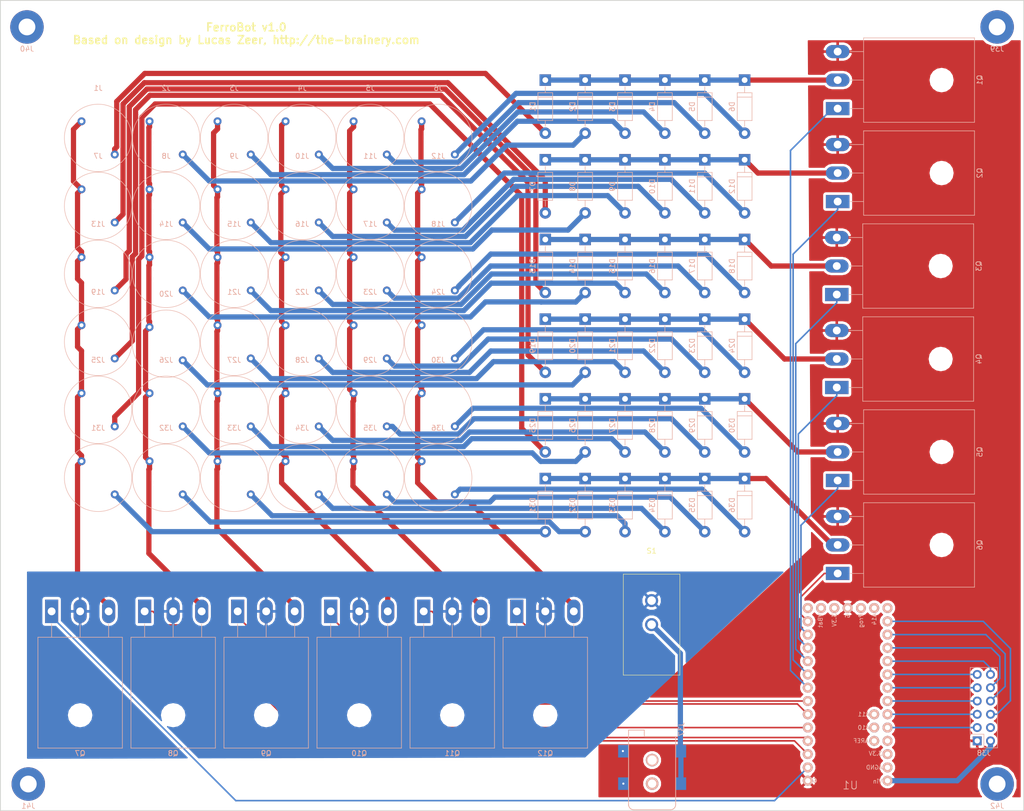
<source format=kicad_pcb>
(kicad_pcb (version 4) (host pcbnew 4.0.6)
  (layers (0 F.Cu signal) (31 B.Cu signal) (34 B.Paste user) (35 F.Paste user) (36 B.SilkS user) (37 F.SilkS user) (38 B.Mask user) (39 F.Mask user) (44 Edge.Cuts user))
  (net 0 "")
  (net 1 COLUMN1)
  (net 2 DIODE1)
  (net 3 DIODE2)
  (net 4 DIODE3)
  (net 5 DIODE4)
  (net 6 DIODE5)
  (net 7 DIODE6)
  (net 8 COLUMN2)
  (net 9 DIODE7)
  (net 10 DIODE8)
  (net 11 DIODE9)
  (net 12 DIODE10)
  (net 13 DIODE11)
  (net 14 DIODE12)
  (net 15 COLUMN3)
  (net 16 DIODE13)
  (net 17 DIODE14)
  (net 18 DIODE15)
  (net 19 DIODE16)
  (net 20 DIODE17)
  (net 21 DIODE18)
  (net 22 COLUMN4)
  (net 23 DIODE19)
  (net 24 DIODE20)
  (net 25 DIODE21)
  (net 26 DIODE22)
  (net 27 DIODE23)
  (net 28 DIODE24)
  (net 29 COLUMN5)
  (net 30 DIODE25)
  (net 31 DIODE26)
  (net 32 DIODE27)
  (net 33 DIODE28)
  (net 34 DIODE29)
  (net 35 DIODE30)
  (net 36 COLUMN6)
  (net 37 DIODE31)
  (net 38 DIODE32)
  (net 39 DIODE33)
  (net 40 DIODE34)
  (net 41 DIODE35)
  (net 42 DIODE36)
  (net 43 ROW1)
  (net 44 ROW2)
  (net 45 ROW3)
  (net 46 ROW4)
  (net 47 ROW5)
  (net 48 ROW6)
  (net 49 GND)
  (net 50 Vin)
  (net 51 MAGNET1)
  (net 52 "Net-(J38-Pad4)")
  (net 53 MAGNET2)
  (net 54 MAGNET6)
  (net 55 MAGNET3)
  (net 56 MAGNET7)
  (net 57 MAGNET4)
  (net 58 MAGNET8)
  (net 59 MAGNET5)
  (net 60 MAGNET9)
  (net 61 "Net-(J39-Pad1)")
  (net 62 "Net-(J40-Pad1)")
  (net 63 "Net-(J41-Pad1)")
  (net 64 "Net-(J42-Pad1)")
  (net 65 C1CONTROL)
  (net 66 C2CONTROL)
  (net 67 C3CONTROL)
  (net 68 C4CONTROL)
  (net 69 C5CONTROL)
  (net 70 C6CONTROL)
  (net 71 R1CONTROL)
  (net 72 PWR)
  (net 73 R2CONTROL)
  (net 74 R4CONTROL)
  (net 75 R5CONTROL)
  (net 76 R6CONTROL)
  (net 77 "Net-(U1-Pad35)")
  (net 78 "Net-(U1-Pad34)")
  (net 79 "Net-(U1-Pad33)")
  (net 80 "Net-(U1-Pad32)")
  (net 81 "Net-(U1-Pad31)")
  (net 82 "Net-(U1-Pad28)")
  (net 83 "Net-(U1-Pad29)")
  (net 84 R3CONTROL)
  (net 85 "Net-(U1-Pad12)")
  (net 86 "Net-(U1-Pad13)")
  (net 87 "Net-(U1-Pad23)")
  (net 88 "Net-(U1-Pad24)")
  (net 89 "Net-(U1-Pad25)")
  (net 90 PWR_SWITCH)
  (module Diodes_THT:D_DO-41_SOD81_P10.16mm_Horizontal (layer B.Cu) (at 124.46 27.94 270)
    (fp_text reference D1 (at 5.08 2.41 270) (layer B.SilkS) (effects (justify mirror)))
    (fp_text value D_Schottky)
    (pad 1 thru_hole rect (at 0 0 270) (size 2.2 2.2) (drill 1.1) (layers *.Cu *.Mask) (net 1 COLUMN1))
    (pad 2 thru_hole oval (at 10.16 0 270) (size 2.2 2.2) (drill 1.1) (layers *.Cu *.Mask) (net 2 DIODE1))
  )
  (module Diodes_THT:D_DO-41_SOD81_P10.16mm_Horizontal (layer B.Cu) (at 132.08 27.94 270)
    (fp_text reference D2 (at 5.08 2.41 270) (layer B.SilkS) (effects (justify mirror)))
    (fp_text value D_Schottky)
    (pad 1 thru_hole rect (at 0 0 270) (size 2.2 2.2) (drill 1.1) (layers *.Cu *.Mask) (net 1 COLUMN1))
    (pad 2 thru_hole oval (at 10.16 0 270) (size 2.2 2.2) (drill 1.1) (layers *.Cu *.Mask) (net 3 DIODE2))
  )
  (module Diodes_THT:D_DO-41_SOD81_P10.16mm_Horizontal (layer B.Cu) (at 139.7 27.94 270)
    (fp_text reference D3 (at 5.08 2.41 270) (layer B.SilkS) (effects (justify mirror)))
    (fp_text value D_Schottky)
    (pad 1 thru_hole rect (at 0 0 270) (size 2.2 2.2) (drill 1.1) (layers *.Cu *.Mask) (net 1 COLUMN1))
    (pad 2 thru_hole oval (at 10.16 0 270) (size 2.2 2.2) (drill 1.1) (layers *.Cu *.Mask) (net 4 DIODE3))
  )
  (module Diodes_THT:D_DO-41_SOD81_P10.16mm_Horizontal (layer B.Cu) (at 147.32 27.94 270)
    (fp_text reference D4 (at 5.08 2.41 270) (layer B.SilkS) (effects (justify mirror)))
    (fp_text value D_Schottky)
    (pad 1 thru_hole rect (at 0 0 270) (size 2.2 2.2) (drill 1.1) (layers *.Cu *.Mask) (net 1 COLUMN1))
    (pad 2 thru_hole oval (at 10.16 0 270) (size 2.2 2.2) (drill 1.1) (layers *.Cu *.Mask) (net 5 DIODE4))
  )
  (module Diodes_THT:D_DO-41_SOD81_P10.16mm_Horizontal (layer B.Cu) (at 154.94 27.94 270)
    (fp_text reference D5 (at 5.08 2.41 270) (layer B.SilkS) (effects (justify mirror)))
    (fp_text value D_Schottky)
    (pad 1 thru_hole rect (at 0 0 270) (size 2.2 2.2) (drill 1.1) (layers *.Cu *.Mask) (net 1 COLUMN1))
    (pad 2 thru_hole oval (at 10.16 0 270) (size 2.2 2.2) (drill 1.1) (layers *.Cu *.Mask) (net 6 DIODE5))
  )
  (module Diodes_THT:D_DO-41_SOD81_P10.16mm_Horizontal (layer B.Cu) (at 162.56 27.94 270)
    (fp_text reference D6 (at 5.08 2.41 270) (layer B.SilkS) (effects (justify mirror)))
    (fp_text value D_Schottky)
    (pad 1 thru_hole rect (at 0 0 270) (size 2.2 2.2) (drill 1.1) (layers *.Cu *.Mask) (net 1 COLUMN1))
    (pad 2 thru_hole oval (at 10.16 0 270) (size 2.2 2.2) (drill 1.1) (layers *.Cu *.Mask) (net 7 DIODE6))
  )
  (module Diodes_THT:D_DO-41_SOD81_P10.16mm_Horizontal (layer B.Cu) (at 124.46 43.18 270)
    (fp_text reference D7 (at 5.08 2.41 270) (layer B.SilkS) (effects (justify mirror)))
    (fp_text value D_Schottky)
    (pad 1 thru_hole rect (at 0 0 270) (size 2.2 2.2) (drill 1.1) (layers *.Cu *.Mask) (net 8 COLUMN2))
    (pad 2 thru_hole oval (at 10.16 0 270) (size 2.2 2.2) (drill 1.1) (layers *.Cu *.Mask) (net 9 DIODE7))
  )
  (module Diodes_THT:D_DO-41_SOD81_P10.16mm_Horizontal (layer B.Cu) (at 132.08 43.18 270)
    (fp_text reference D8 (at 5.08 2.41 270) (layer B.SilkS) (effects (justify mirror)))
    (fp_text value D_Schottky)
    (pad 1 thru_hole rect (at 0 0 270) (size 2.2 2.2) (drill 1.1) (layers *.Cu *.Mask) (net 8 COLUMN2))
    (pad 2 thru_hole oval (at 10.16 0 270) (size 2.2 2.2) (drill 1.1) (layers *.Cu *.Mask) (net 10 DIODE8))
  )
  (module Diodes_THT:D_DO-41_SOD81_P10.16mm_Horizontal (layer B.Cu) (at 139.7 43.18 270)
    (fp_text reference D9 (at 5.08 2.41 270) (layer B.SilkS) (effects (justify mirror)))
    (fp_text value D_Schottky)
    (pad 1 thru_hole rect (at 0 0 270) (size 2.2 2.2) (drill 1.1) (layers *.Cu *.Mask) (net 8 COLUMN2))
    (pad 2 thru_hole oval (at 10.16 0 270) (size 2.2 2.2) (drill 1.1) (layers *.Cu *.Mask) (net 11 DIODE9))
  )
  (module Diodes_THT:D_DO-41_SOD81_P10.16mm_Horizontal (layer B.Cu) (at 147.32 43.18 270)
    (fp_text reference D10 (at 5.08 2.41 270) (layer B.SilkS) (effects (justify mirror)))
    (fp_text value D_Schottky)
    (pad 1 thru_hole rect (at 0 0 270) (size 2.2 2.2) (drill 1.1) (layers *.Cu *.Mask) (net 8 COLUMN2))
    (pad 2 thru_hole oval (at 10.16 0 270) (size 2.2 2.2) (drill 1.1) (layers *.Cu *.Mask) (net 12 DIODE10))
  )
  (module Diodes_THT:D_DO-41_SOD81_P10.16mm_Horizontal (layer B.Cu) (at 154.94 43.18 270)
    (fp_text reference D11 (at 5.08 2.41 270) (layer B.SilkS) (effects (justify mirror)))
    (fp_text value D_Schottky)
    (pad 1 thru_hole rect (at 0 0 270) (size 2.2 2.2) (drill 1.1) (layers *.Cu *.Mask) (net 8 COLUMN2))
    (pad 2 thru_hole oval (at 10.16 0 270) (size 2.2 2.2) (drill 1.1) (layers *.Cu *.Mask) (net 13 DIODE11))
  )
  (module Diodes_THT:D_DO-41_SOD81_P10.16mm_Horizontal (layer B.Cu) (at 162.56 43.18 270)
    (fp_text reference D12 (at 5.08 2.41 270) (layer B.SilkS) (effects (justify mirror)))
    (fp_text value D_Schottky)
    (pad 1 thru_hole rect (at 0 0 270) (size 2.2 2.2) (drill 1.1) (layers *.Cu *.Mask) (net 8 COLUMN2))
    (pad 2 thru_hole oval (at 10.16 0 270) (size 2.2 2.2) (drill 1.1) (layers *.Cu *.Mask) (net 14 DIODE12))
  )
  (module Diodes_THT:D_DO-41_SOD81_P10.16mm_Horizontal (layer B.Cu) (at 124.46 58.42 270)
    (fp_text reference D13 (at 5.08 2.41 270) (layer B.SilkS) (effects (justify mirror)))
    (fp_text value D_Schottky)
    (pad 1 thru_hole rect (at 0 0 270) (size 2.2 2.2) (drill 1.1) (layers *.Cu *.Mask) (net 15 COLUMN3))
    (pad 2 thru_hole oval (at 10.16 0 270) (size 2.2 2.2) (drill 1.1) (layers *.Cu *.Mask) (net 16 DIODE13))
  )
  (module Diodes_THT:D_DO-41_SOD81_P10.16mm_Horizontal (layer B.Cu) (at 132.08 58.42 270)
    (fp_text reference D14 (at 5.08 2.41 270) (layer B.SilkS) (effects (justify mirror)))
    (fp_text value D_Schottky)
    (pad 1 thru_hole rect (at 0 0 270) (size 2.2 2.2) (drill 1.1) (layers *.Cu *.Mask) (net 15 COLUMN3))
    (pad 2 thru_hole oval (at 10.16 0 270) (size 2.2 2.2) (drill 1.1) (layers *.Cu *.Mask) (net 17 DIODE14))
  )
  (module Diodes_THT:D_DO-41_SOD81_P10.16mm_Horizontal (layer B.Cu) (at 139.7 58.42 270)
    (fp_text reference D15 (at 5.08 2.41 270) (layer B.SilkS) (effects (justify mirror)))
    (fp_text value D_Schottky)
    (pad 1 thru_hole rect (at 0 0 270) (size 2.2 2.2) (drill 1.1) (layers *.Cu *.Mask) (net 15 COLUMN3))
    (pad 2 thru_hole oval (at 10.16 0 270) (size 2.2 2.2) (drill 1.1) (layers *.Cu *.Mask) (net 18 DIODE15))
  )
  (module Diodes_THT:D_DO-41_SOD81_P10.16mm_Horizontal (layer B.Cu) (at 147.32 58.42 270)
    (fp_text reference D16 (at 5.08 2.41 270) (layer B.SilkS) (effects (justify mirror)))
    (fp_text value D_Schottky)
    (pad 1 thru_hole rect (at 0 0 270) (size 2.2 2.2) (drill 1.1) (layers *.Cu *.Mask) (net 15 COLUMN3))
    (pad 2 thru_hole oval (at 10.16 0 270) (size 2.2 2.2) (drill 1.1) (layers *.Cu *.Mask) (net 19 DIODE16))
  )
  (module Diodes_THT:D_DO-41_SOD81_P10.16mm_Horizontal (layer B.Cu) (at 154.94 58.42 270)
    (fp_text reference D17 (at 5.08 2.41 270) (layer B.SilkS) (effects (justify mirror)))
    (fp_text value D_Schottky)
    (pad 1 thru_hole rect (at 0 0 270) (size 2.2 2.2) (drill 1.1) (layers *.Cu *.Mask) (net 15 COLUMN3))
    (pad 2 thru_hole oval (at 10.16 0 270) (size 2.2 2.2) (drill 1.1) (layers *.Cu *.Mask) (net 20 DIODE17))
  )
  (module Diodes_THT:D_DO-41_SOD81_P10.16mm_Horizontal (layer B.Cu) (at 162.56 58.42 270)
    (fp_text reference D18 (at 5.08 2.41 270) (layer B.SilkS) (effects (justify mirror)))
    (fp_text value D_Schottky)
    (pad 1 thru_hole rect (at 0 0 270) (size 2.2 2.2) (drill 1.1) (layers *.Cu *.Mask) (net 15 COLUMN3))
    (pad 2 thru_hole oval (at 10.16 0 270) (size 2.2 2.2) (drill 1.1) (layers *.Cu *.Mask) (net 21 DIODE18))
  )
  (module Diodes_THT:D_DO-41_SOD81_P10.16mm_Horizontal (layer B.Cu) (at 124.46 73.66 270)
    (fp_text reference D19 (at 5.08 2.41 270) (layer B.SilkS) (effects (justify mirror)))
    (fp_text value D_Schottky)
    (pad 1 thru_hole rect (at 0 0 270) (size 2.2 2.2) (drill 1.1) (layers *.Cu *.Mask) (net 22 COLUMN4))
    (pad 2 thru_hole oval (at 10.16 0 270) (size 2.2 2.2) (drill 1.1) (layers *.Cu *.Mask) (net 23 DIODE19))
  )
  (module Diodes_THT:D_DO-41_SOD81_P10.16mm_Horizontal (layer B.Cu) (at 132.08 73.66 270)
    (fp_text reference D20 (at 5.08 2.41 270) (layer B.SilkS) (effects (justify mirror)))
    (fp_text value D_Schottky)
    (pad 1 thru_hole rect (at 0 0 270) (size 2.2 2.2) (drill 1.1) (layers *.Cu *.Mask) (net 22 COLUMN4))
    (pad 2 thru_hole oval (at 10.16 0 270) (size 2.2 2.2) (drill 1.1) (layers *.Cu *.Mask) (net 24 DIODE20))
  )
  (module Diodes_THT:D_DO-41_SOD81_P10.16mm_Horizontal (layer B.Cu) (at 139.7 73.66 270)
    (fp_text reference D21 (at 5.08 2.41 270) (layer B.SilkS) (effects (justify mirror)))
    (fp_text value D_Schottky)
    (pad 1 thru_hole rect (at 0 0 270) (size 2.2 2.2) (drill 1.1) (layers *.Cu *.Mask) (net 22 COLUMN4))
    (pad 2 thru_hole oval (at 10.16 0 270) (size 2.2 2.2) (drill 1.1) (layers *.Cu *.Mask) (net 25 DIODE21))
  )
  (module Diodes_THT:D_DO-41_SOD81_P10.16mm_Horizontal (layer B.Cu) (at 147.32 73.66 270)
    (fp_text reference D22 (at 5.08 2.41 270) (layer B.SilkS) (effects (justify mirror)))
    (fp_text value D_Schottky)
    (pad 1 thru_hole rect (at 0 0 270) (size 2.2 2.2) (drill 1.1) (layers *.Cu *.Mask) (net 22 COLUMN4))
    (pad 2 thru_hole oval (at 10.16 0 270) (size 2.2 2.2) (drill 1.1) (layers *.Cu *.Mask) (net 26 DIODE22))
  )
  (module Diodes_THT:D_DO-41_SOD81_P10.16mm_Horizontal (layer B.Cu) (at 154.94 73.66 270)
    (fp_text reference D23 (at 5.08 2.41 270) (layer B.SilkS) (effects (justify mirror)))
    (fp_text value D_Schottky)
    (pad 1 thru_hole rect (at 0 0 270) (size 2.2 2.2) (drill 1.1) (layers *.Cu *.Mask) (net 22 COLUMN4))
    (pad 2 thru_hole oval (at 10.16 0 270) (size 2.2 2.2) (drill 1.1) (layers *.Cu *.Mask) (net 27 DIODE23))
  )
  (module Diodes_THT:D_DO-41_SOD81_P10.16mm_Horizontal (layer B.Cu) (at 162.56 73.66 270)
    (fp_text reference D24 (at 5.08 2.41 270) (layer B.SilkS) (effects (justify mirror)))
    (fp_text value D_Schottky)
    (pad 1 thru_hole rect (at 0 0 270) (size 2.2 2.2) (drill 1.1) (layers *.Cu *.Mask) (net 22 COLUMN4))
    (pad 2 thru_hole oval (at 10.16 0 270) (size 2.2 2.2) (drill 1.1) (layers *.Cu *.Mask) (net 28 DIODE24))
  )
  (module Diodes_THT:D_DO-41_SOD81_P10.16mm_Horizontal (layer B.Cu) (at 124.46 88.9 270)
    (fp_text reference D25 (at 5.08 2.41 270) (layer B.SilkS) (effects (justify mirror)))
    (fp_text value D_Schottky)
    (pad 1 thru_hole rect (at 0 0 270) (size 2.2 2.2) (drill 1.1) (layers *.Cu *.Mask) (net 29 COLUMN5))
    (pad 2 thru_hole oval (at 10.16 0 270) (size 2.2 2.2) (drill 1.1) (layers *.Cu *.Mask) (net 30 DIODE25))
  )
  (module Diodes_THT:D_DO-41_SOD81_P10.16mm_Horizontal (layer B.Cu) (at 132.08 88.9 270)
    (fp_text reference D26 (at 5.08 2.41 270) (layer B.SilkS) (effects (justify mirror)))
    (fp_text value D_Schottky)
    (pad 1 thru_hole rect (at 0 0 270) (size 2.2 2.2) (drill 1.1) (layers *.Cu *.Mask) (net 29 COLUMN5))
    (pad 2 thru_hole oval (at 10.16 0 270) (size 2.2 2.2) (drill 1.1) (layers *.Cu *.Mask) (net 31 DIODE26))
  )
  (module Diodes_THT:D_DO-41_SOD81_P10.16mm_Horizontal (layer B.Cu) (at 139.7 88.9 270)
    (fp_text reference D27 (at 5.08 2.41 270) (layer B.SilkS) (effects (justify mirror)))
    (fp_text value D_Schottky)
    (pad 1 thru_hole rect (at 0 0 270) (size 2.2 2.2) (drill 1.1) (layers *.Cu *.Mask) (net 29 COLUMN5))
    (pad 2 thru_hole oval (at 10.16 0 270) (size 2.2 2.2) (drill 1.1) (layers *.Cu *.Mask) (net 32 DIODE27))
  )
  (module Diodes_THT:D_DO-41_SOD81_P10.16mm_Horizontal (layer B.Cu) (at 147.32 88.9 270)
    (fp_text reference D28 (at 5.08 2.41 270) (layer B.SilkS) (effects (justify mirror)))
    (fp_text value D_Schottky)
    (pad 1 thru_hole rect (at 0 0 270) (size 2.2 2.2) (drill 1.1) (layers *.Cu *.Mask) (net 29 COLUMN5))
    (pad 2 thru_hole oval (at 10.16 0 270) (size 2.2 2.2) (drill 1.1) (layers *.Cu *.Mask) (net 33 DIODE28))
  )
  (module Diodes_THT:D_DO-41_SOD81_P10.16mm_Horizontal (layer B.Cu) (at 154.94 88.9 270)
    (fp_text reference D29 (at 5.08 2.41 270) (layer B.SilkS) (effects (justify mirror)))
    (fp_text value D_Schottky)
    (pad 1 thru_hole rect (at 0 0 270) (size 2.2 2.2) (drill 1.1) (layers *.Cu *.Mask) (net 29 COLUMN5))
    (pad 2 thru_hole oval (at 10.16 0 270) (size 2.2 2.2) (drill 1.1) (layers *.Cu *.Mask) (net 34 DIODE29))
  )
  (module Diodes_THT:D_DO-41_SOD81_P10.16mm_Horizontal (layer B.Cu) (at 162.56 88.9 270)
    (fp_text reference D30 (at 5.08 2.41 270) (layer B.SilkS) (effects (justify mirror)))
    (fp_text value D_Schottky)
    (pad 1 thru_hole rect (at 0 0 270) (size 2.2 2.2) (drill 1.1) (layers *.Cu *.Mask) (net 29 COLUMN5))
    (pad 2 thru_hole oval (at 10.16 0 270) (size 2.2 2.2) (drill 1.1) (layers *.Cu *.Mask) (net 35 DIODE30))
  )
  (module Diodes_THT:D_DO-41_SOD81_P10.16mm_Horizontal (layer B.Cu) (at 124.46 104.14 270)
    (fp_text reference D31 (at 5.08 2.41 270) (layer B.SilkS) (effects (justify mirror)))
    (fp_text value D_Schottky)
    (pad 1 thru_hole rect (at 0 0 270) (size 2.2 2.2) (drill 1.1) (layers *.Cu *.Mask) (net 36 COLUMN6))
    (pad 2 thru_hole oval (at 10.16 0 270) (size 2.2 2.2) (drill 1.1) (layers *.Cu *.Mask) (net 37 DIODE31))
  )
  (module Diodes_THT:D_DO-41_SOD81_P10.16mm_Horizontal (layer B.Cu) (at 132.08 104.14 270)
    (fp_text reference D32 (at 5.08 2.41 270) (layer B.SilkS) (effects (justify mirror)))
    (fp_text value D_Schottky)
    (pad 1 thru_hole rect (at 0 0 270) (size 2.2 2.2) (drill 1.1) (layers *.Cu *.Mask) (net 36 COLUMN6))
    (pad 2 thru_hole oval (at 10.16 0 270) (size 2.2 2.2) (drill 1.1) (layers *.Cu *.Mask) (net 38 DIODE32))
  )
  (module Diodes_THT:D_DO-41_SOD81_P10.16mm_Horizontal (layer B.Cu) (at 139.7 104.14 270)
    (fp_text reference D33 (at 5.08 2.41 270) (layer B.SilkS) (effects (justify mirror)))
    (fp_text value D_Schottky)
    (pad 1 thru_hole rect (at 0 0 270) (size 2.2 2.2) (drill 1.1) (layers *.Cu *.Mask) (net 36 COLUMN6))
    (pad 2 thru_hole oval (at 10.16 0 270) (size 2.2 2.2) (drill 1.1) (layers *.Cu *.Mask) (net 39 DIODE33))
  )
  (module Diodes_THT:D_DO-41_SOD81_P10.16mm_Horizontal (layer B.Cu) (at 147.32 104.14 270)
    (fp_text reference D34 (at 5.08 2.41 270) (layer B.SilkS) (effects (justify mirror)))
    (fp_text value D_Schottky)
    (pad 1 thru_hole rect (at 0 0 270) (size 2.2 2.2) (drill 1.1) (layers *.Cu *.Mask) (net 36 COLUMN6))
    (pad 2 thru_hole oval (at 10.16 0 270) (size 2.2 2.2) (drill 1.1) (layers *.Cu *.Mask) (net 40 DIODE34))
  )
  (module Diodes_THT:D_DO-41_SOD81_P10.16mm_Horizontal (layer B.Cu) (at 154.94 104.14 270)
    (fp_text reference D35 (at 5.08 2.41 270) (layer B.SilkS) (effects (justify mirror)))
    (fp_text value D_Schottky)
    (pad 1 thru_hole rect (at 0 0 270) (size 2.2 2.2) (drill 1.1) (layers *.Cu *.Mask) (net 36 COLUMN6))
    (pad 2 thru_hole oval (at 10.16 0 270) (size 2.2 2.2) (drill 1.1) (layers *.Cu *.Mask) (net 41 DIODE35))
  )
  (module Diodes_THT:D_DO-41_SOD81_P10.16mm_Horizontal (layer B.Cu) (at 162.56 104.14 270)
    (fp_text reference D36 (at 5.08 2.41 270) (layer B.SilkS) (effects (justify mirror)))
    (fp_text value D_Schottky)
    (pad 1 thru_hole rect (at 0 0 270) (size 2.2 2.2) (drill 1.1) (layers *.Cu *.Mask) (net 36 COLUMN6))
    (pad 2 thru_hole oval (at 10.16 0 270) (size 2.2 2.2) (drill 1.1) (layers *.Cu *.Mask) (net 42 DIODE36))
  )
  (module WheelerLab:Ferrobot_Magnet (layer B.Cu) (at 39 39)
    (fp_text reference J1 (at 0 -9.525) (layer B.SilkS) (effects (justify mirror)))
    (fp_text value CONN_01X03)
    (pad "" np_thru_hole circle (at 0 0) (size 5.2 5.2) (drill 5.2) (layers *.Cu *.Mask))
    (pad 1 thru_hole circle (at -3.175 -3.175) (size 1.524 1.524) (drill 0.762) (layers *.Cu *.Mask) (net 43 ROW1))
    (pad 3 thru_hole circle (at 3.175 3.175) (size 1.524 1.524) (drill 0.762) (layers *.Cu *.Mask) (net 2 DIODE1))
  )
  (module WheelerLab:Ferrobot_Magnet (layer B.Cu) (at 52 39)
    (fp_text reference J2 (at 0 -9.525) (layer B.SilkS) (effects (justify mirror)))
    (fp_text value CONN_01X03)
    (pad "" np_thru_hole circle (at 0 0) (size 5.2 5.2) (drill 5.2) (layers *.Cu *.Mask))
    (pad 1 thru_hole circle (at -3.175 -3.175) (size 1.524 1.524) (drill 0.762) (layers *.Cu *.Mask) (net 44 ROW2))
    (pad 3 thru_hole circle (at 3.175 3.175) (size 1.524 1.524) (drill 0.762) (layers *.Cu *.Mask) (net 3 DIODE2))
  )
  (module WheelerLab:Ferrobot_Magnet (layer B.Cu) (at 65 39)
    (fp_text reference J3 (at 0 -9.525) (layer B.SilkS) (effects (justify mirror)))
    (fp_text value CONN_01X03)
    (pad "" np_thru_hole circle (at 0 0) (size 5.2 5.2) (drill 5.2) (layers *.Cu *.Mask))
    (pad 1 thru_hole circle (at -3.175 -3.175) (size 1.524 1.524) (drill 0.762) (layers *.Cu *.Mask) (net 45 ROW3))
    (pad 3 thru_hole circle (at 3.175 3.175) (size 1.524 1.524) (drill 0.762) (layers *.Cu *.Mask) (net 4 DIODE3))
  )
  (module WheelerLab:Ferrobot_Magnet (layer B.Cu) (at 78 39)
    (fp_text reference J4 (at 0 -9.525) (layer B.SilkS) (effects (justify mirror)))
    (fp_text value CONN_01X03)
    (pad "" np_thru_hole circle (at 0 0) (size 5.2 5.2) (drill 5.2) (layers *.Cu *.Mask))
    (pad 1 thru_hole circle (at -3.175 -3.175) (size 1.524 1.524) (drill 0.762) (layers *.Cu *.Mask) (net 46 ROW4))
    (pad 3 thru_hole circle (at 3.175 3.175) (size 1.524 1.524) (drill 0.762) (layers *.Cu *.Mask) (net 5 DIODE4))
  )
  (module WheelerLab:Ferrobot_Magnet (layer B.Cu) (at 91 39)
    (fp_text reference J5 (at 0 -9.525) (layer B.SilkS) (effects (justify mirror)))
    (fp_text value CONN_01X03)
    (pad "" np_thru_hole circle (at 0 0) (size 5.2 5.2) (drill 5.2) (layers *.Cu *.Mask))
    (pad 1 thru_hole circle (at -3.175 -3.175) (size 1.524 1.524) (drill 0.762) (layers *.Cu *.Mask) (net 47 ROW5))
    (pad 3 thru_hole circle (at 3.175 3.175) (size 1.524 1.524) (drill 0.762) (layers *.Cu *.Mask) (net 6 DIODE5))
  )
  (module WheelerLab:Ferrobot_Magnet (layer B.Cu) (at 104 39)
    (fp_text reference J6 (at 0 -9.525) (layer B.SilkS) (effects (justify mirror)))
    (fp_text value CONN_01X03)
    (pad "" np_thru_hole circle (at 0 0) (size 5.2 5.2) (drill 5.2) (layers *.Cu *.Mask))
    (pad 1 thru_hole circle (at -3.175 -3.175) (size 1.524 1.524) (drill 0.762) (layers *.Cu *.Mask) (net 48 ROW6))
    (pad 3 thru_hole circle (at 3.175 3.175) (size 1.524 1.524) (drill 0.762) (layers *.Cu *.Mask) (net 7 DIODE6))
  )
  (module WheelerLab:Ferrobot_Magnet (layer B.Cu) (at 39 52)
    (fp_text reference J7 (at 0 -9.525) (layer B.SilkS) (effects (justify mirror)))
    (fp_text value CONN_01X03)
    (pad "" np_thru_hole circle (at 0 0) (size 5.2 5.2) (drill 5.2) (layers *.Cu *.Mask))
    (pad 1 thru_hole circle (at -3.175 -3.175) (size 1.524 1.524) (drill 0.762) (layers *.Cu *.Mask) (net 43 ROW1))
    (pad 3 thru_hole circle (at 3.175 3.175) (size 1.524 1.524) (drill 0.762) (layers *.Cu *.Mask) (net 9 DIODE7))
  )
  (module WheelerLab:Ferrobot_Magnet (layer B.Cu) (at 52 52)
    (fp_text reference J8 (at 0 -9.525) (layer B.SilkS) (effects (justify mirror)))
    (fp_text value CONN_01X03)
    (pad "" np_thru_hole circle (at 0 0) (size 5.2 5.2) (drill 5.2) (layers *.Cu *.Mask))
    (pad 1 thru_hole circle (at -3.175 -3.175) (size 1.524 1.524) (drill 0.762) (layers *.Cu *.Mask) (net 44 ROW2))
    (pad 3 thru_hole circle (at 3.175 3.175) (size 1.524 1.524) (drill 0.762) (layers *.Cu *.Mask) (net 10 DIODE8))
  )
  (module WheelerLab:Ferrobot_Magnet (layer B.Cu) (at 65 52)
    (fp_text reference J9 (at 0 -9.525) (layer B.SilkS) (effects (justify mirror)))
    (fp_text value CONN_01X03)
    (pad "" np_thru_hole circle (at 0 0) (size 5.2 5.2) (drill 5.2) (layers *.Cu *.Mask))
    (pad 1 thru_hole circle (at -3.175 -3.175) (size 1.524 1.524) (drill 0.762) (layers *.Cu *.Mask) (net 45 ROW3))
    (pad 3 thru_hole circle (at 3.175 3.175) (size 1.524 1.524) (drill 0.762) (layers *.Cu *.Mask) (net 11 DIODE9))
  )
  (module WheelerLab:Ferrobot_Magnet (layer B.Cu) (at 78 52)
    (fp_text reference J10 (at 0 -9.525) (layer B.SilkS) (effects (justify mirror)))
    (fp_text value CONN_01X03)
    (pad "" np_thru_hole circle (at 0 0) (size 5.2 5.2) (drill 5.2) (layers *.Cu *.Mask))
    (pad 1 thru_hole circle (at -3.175 -3.175) (size 1.524 1.524) (drill 0.762) (layers *.Cu *.Mask) (net 46 ROW4))
    (pad 3 thru_hole circle (at 3.175 3.175) (size 1.524 1.524) (drill 0.762) (layers *.Cu *.Mask) (net 12 DIODE10))
  )
  (module WheelerLab:Ferrobot_Magnet (layer B.Cu) (at 91 52)
    (fp_text reference J11 (at 0 -9.525) (layer B.SilkS) (effects (justify mirror)))
    (fp_text value CONN_01X03)
    (pad "" np_thru_hole circle (at 0 0) (size 5.2 5.2) (drill 5.2) (layers *.Cu *.Mask))
    (pad 1 thru_hole circle (at -3.175 -3.175) (size 1.524 1.524) (drill 0.762) (layers *.Cu *.Mask) (net 47 ROW5))
    (pad 3 thru_hole circle (at 3.175 3.175) (size 1.524 1.524) (drill 0.762) (layers *.Cu *.Mask) (net 13 DIODE11))
  )
  (module WheelerLab:Ferrobot_Magnet (layer B.Cu) (at 104 52)
    (fp_text reference J12 (at 0 -9.525) (layer B.SilkS) (effects (justify mirror)))
    (fp_text value CONN_01X03)
    (pad "" np_thru_hole circle (at 0 0) (size 5.2 5.2) (drill 5.2) (layers *.Cu *.Mask))
    (pad 1 thru_hole circle (at -3.175 -3.175) (size 1.524 1.524) (drill 0.762) (layers *.Cu *.Mask) (net 48 ROW6))
    (pad 3 thru_hole circle (at 3.175 3.175) (size 1.524 1.524) (drill 0.762) (layers *.Cu *.Mask) (net 14 DIODE12))
  )
  (module WheelerLab:Ferrobot_Magnet (layer B.Cu) (at 39 65)
    (fp_text reference J13 (at 0 -9.525) (layer B.SilkS) (effects (justify mirror)))
    (fp_text value CONN_01X03)
    (pad "" np_thru_hole circle (at 0 0) (size 5.2 5.2) (drill 5.2) (layers *.Cu *.Mask))
    (pad 1 thru_hole circle (at -3.175 -3.175) (size 1.524 1.524) (drill 0.762) (layers *.Cu *.Mask) (net 43 ROW1))
    (pad 3 thru_hole circle (at 3.175 3.175) (size 1.524 1.524) (drill 0.762) (layers *.Cu *.Mask) (net 16 DIODE13))
  )
  (module WheelerLab:Ferrobot_Magnet (layer B.Cu) (at 52 65)
    (fp_text reference J14 (at 0 -9.525) (layer B.SilkS) (effects (justify mirror)))
    (fp_text value CONN_01X03)
    (pad "" np_thru_hole circle (at 0 0) (size 5.2 5.2) (drill 5.2) (layers *.Cu *.Mask))
    (pad 1 thru_hole circle (at -3.175 -3.175) (size 1.524 1.524) (drill 0.762) (layers *.Cu *.Mask) (net 44 ROW2))
    (pad 3 thru_hole circle (at 3.175 3.175) (size 1.524 1.524) (drill 0.762) (layers *.Cu *.Mask) (net 17 DIODE14))
  )
  (module WheelerLab:Ferrobot_Magnet (layer B.Cu) (at 65 65)
    (fp_text reference J15 (at 0 -9.525) (layer B.SilkS) (effects (justify mirror)))
    (fp_text value CONN_01X03)
    (pad "" np_thru_hole circle (at 0 0) (size 5.2 5.2) (drill 5.2) (layers *.Cu *.Mask))
    (pad 1 thru_hole circle (at -3.175 -3.175) (size 1.524 1.524) (drill 0.762) (layers *.Cu *.Mask) (net 45 ROW3))
    (pad 3 thru_hole circle (at 3.175 3.175) (size 1.524 1.524) (drill 0.762) (layers *.Cu *.Mask) (net 18 DIODE15))
  )
  (module WheelerLab:Ferrobot_Magnet (layer B.Cu) (at 78 65)
    (fp_text reference J16 (at 0 -9.525) (layer B.SilkS) (effects (justify mirror)))
    (fp_text value CONN_01X03)
    (pad "" np_thru_hole circle (at 0 0) (size 5.2 5.2) (drill 5.2) (layers *.Cu *.Mask))
    (pad 1 thru_hole circle (at -3.175 -3.175) (size 1.524 1.524) (drill 0.762) (layers *.Cu *.Mask) (net 46 ROW4))
    (pad 3 thru_hole circle (at 3.175 3.175) (size 1.524 1.524) (drill 0.762) (layers *.Cu *.Mask) (net 19 DIODE16))
  )
  (module WheelerLab:Ferrobot_Magnet (layer B.Cu) (at 91 65)
    (fp_text reference J17 (at 0 -9.525) (layer B.SilkS) (effects (justify mirror)))
    (fp_text value CONN_01X03)
    (pad "" np_thru_hole circle (at 0 0) (size 5.2 5.2) (drill 5.2) (layers *.Cu *.Mask))
    (pad 1 thru_hole circle (at -3.175 -3.175) (size 1.524 1.524) (drill 0.762) (layers *.Cu *.Mask) (net 47 ROW5))
    (pad 3 thru_hole circle (at 3.175 3.175) (size 1.524 1.524) (drill 0.762) (layers *.Cu *.Mask) (net 20 DIODE17))
  )
  (module WheelerLab:Ferrobot_Magnet (layer B.Cu) (at 104 65)
    (fp_text reference J18 (at 0 -9.525) (layer B.SilkS) (effects (justify mirror)))
    (fp_text value CONN_01X03)
    (pad "" np_thru_hole circle (at 0 0) (size 5.2 5.2) (drill 5.2) (layers *.Cu *.Mask))
    (pad 1 thru_hole circle (at -3.175 -3.175) (size 1.524 1.524) (drill 0.762) (layers *.Cu *.Mask) (net 48 ROW6))
    (pad 3 thru_hole circle (at 3.175 3.175) (size 1.524 1.524) (drill 0.762) (layers *.Cu *.Mask) (net 21 DIODE18))
  )
  (module WheelerLab:Ferrobot_Magnet (layer B.Cu) (at 39 78)
    (fp_text reference J19 (at 0 -9.525) (layer B.SilkS) (effects (justify mirror)))
    (fp_text value CONN_01X03)
    (pad "" np_thru_hole circle (at 0 0) (size 5.2 5.2) (drill 5.2) (layers *.Cu *.Mask))
    (pad 1 thru_hole circle (at -3.175 -3.175) (size 1.524 1.524) (drill 0.762) (layers *.Cu *.Mask) (net 43 ROW1))
    (pad 3 thru_hole circle (at 3.175 3.175) (size 1.524 1.524) (drill 0.762) (layers *.Cu *.Mask) (net 23 DIODE19))
  )
  (module WheelerLab:Ferrobot_Magnet (layer B.Cu) (at 52 78.362999)
    (fp_text reference J20 (at 0 -9.525) (layer B.SilkS) (effects (justify mirror)))
    (fp_text value CONN_01X03)
    (pad "" np_thru_hole circle (at 0 0) (size 5.2 5.2) (drill 5.2) (layers *.Cu *.Mask))
    (pad 1 thru_hole circle (at -3.175 -3.175) (size 1.524 1.524) (drill 0.762) (layers *.Cu *.Mask) (net 44 ROW2))
    (pad 3 thru_hole circle (at 3.175 3.175) (size 1.524 1.524) (drill 0.762) (layers *.Cu *.Mask) (net 24 DIODE20))
  )
  (module WheelerLab:Ferrobot_Magnet (layer B.Cu) (at 65 78)
    (fp_text reference J21 (at 0 -9.525) (layer B.SilkS) (effects (justify mirror)))
    (fp_text value CONN_01X03)
    (pad "" np_thru_hole circle (at 0 0) (size 5.2 5.2) (drill 5.2) (layers *.Cu *.Mask))
    (pad 1 thru_hole circle (at -3.175 -3.175) (size 1.524 1.524) (drill 0.762) (layers *.Cu *.Mask) (net 45 ROW3))
    (pad 3 thru_hole circle (at 3.175 3.175) (size 1.524 1.524) (drill 0.762) (layers *.Cu *.Mask) (net 25 DIODE21))
  )
  (module WheelerLab:Ferrobot_Magnet (layer B.Cu) (at 78 78)
    (fp_text reference J22 (at 0 -9.525) (layer B.SilkS) (effects (justify mirror)))
    (fp_text value CONN_01X03)
    (pad "" np_thru_hole circle (at 0 0) (size 5.2 5.2) (drill 5.2) (layers *.Cu *.Mask))
    (pad 1 thru_hole circle (at -3.175 -3.175) (size 1.524 1.524) (drill 0.762) (layers *.Cu *.Mask) (net 46 ROW4))
    (pad 3 thru_hole circle (at 3.175 3.175) (size 1.524 1.524) (drill 0.762) (layers *.Cu *.Mask) (net 26 DIODE22))
  )
  (module WheelerLab:Ferrobot_Magnet (layer B.Cu) (at 91 78)
    (fp_text reference J23 (at 0 -9.525) (layer B.SilkS) (effects (justify mirror)))
    (fp_text value CONN_01X03)
    (pad "" np_thru_hole circle (at 0 0) (size 5.2 5.2) (drill 5.2) (layers *.Cu *.Mask))
    (pad 1 thru_hole circle (at -3.175 -3.175) (size 1.524 1.524) (drill 0.762) (layers *.Cu *.Mask) (net 47 ROW5))
    (pad 3 thru_hole circle (at 3.175 3.175) (size 1.524 1.524) (drill 0.762) (layers *.Cu *.Mask) (net 27 DIODE23))
  )
  (module WheelerLab:Ferrobot_Magnet (layer B.Cu) (at 104 78)
    (fp_text reference J24 (at 0 -9.525) (layer B.SilkS) (effects (justify mirror)))
    (fp_text value CONN_01X03)
    (pad "" np_thru_hole circle (at 0 0) (size 5.2 5.2) (drill 5.2) (layers *.Cu *.Mask))
    (pad 1 thru_hole circle (at -3.175 -3.175) (size 1.524 1.524) (drill 0.762) (layers *.Cu *.Mask) (net 48 ROW6))
    (pad 3 thru_hole circle (at 3.175 3.175) (size 1.524 1.524) (drill 0.762) (layers *.Cu *.Mask) (net 28 DIODE24))
  )
  (module WheelerLab:Ferrobot_Magnet (layer B.Cu) (at 39 91)
    (fp_text reference J25 (at 0 -9.525) (layer B.SilkS) (effects (justify mirror)))
    (fp_text value CONN_01X03)
    (pad "" np_thru_hole circle (at 0 0) (size 5.2 5.2) (drill 5.2) (layers *.Cu *.Mask))
    (pad 1 thru_hole circle (at -3.175 -3.175) (size 1.524 1.524) (drill 0.762) (layers *.Cu *.Mask) (net 43 ROW1))
    (pad 3 thru_hole circle (at 3.175 3.175) (size 1.524 1.524) (drill 0.762) (layers *.Cu *.Mask) (net 30 DIODE25))
  )
  (module WheelerLab:Ferrobot_Magnet (layer B.Cu) (at 52 91)
    (fp_text reference J26 (at 0 -9.525) (layer B.SilkS) (effects (justify mirror)))
    (fp_text value CONN_01X03)
    (pad "" np_thru_hole circle (at 0 0) (size 5.2 5.2) (drill 5.2) (layers *.Cu *.Mask))
    (pad 1 thru_hole circle (at -3.175 -3.175) (size 1.524 1.524) (drill 0.762) (layers *.Cu *.Mask) (net 44 ROW2))
    (pad 3 thru_hole circle (at 3.175 3.175) (size 1.524 1.524) (drill 0.762) (layers *.Cu *.Mask) (net 31 DIODE26))
  )
  (module WheelerLab:Ferrobot_Magnet (layer B.Cu) (at 65 91)
    (fp_text reference J27 (at 0 -9.525) (layer B.SilkS) (effects (justify mirror)))
    (fp_text value CONN_01X03)
    (pad "" np_thru_hole circle (at 0 0) (size 5.2 5.2) (drill 5.2) (layers *.Cu *.Mask))
    (pad 1 thru_hole circle (at -3.175 -3.175) (size 1.524 1.524) (drill 0.762) (layers *.Cu *.Mask) (net 45 ROW3))
    (pad 3 thru_hole circle (at 3.175 3.175) (size 1.524 1.524) (drill 0.762) (layers *.Cu *.Mask) (net 32 DIODE27))
  )
  (module WheelerLab:Ferrobot_Magnet (layer B.Cu) (at 78 91)
    (fp_text reference J28 (at 0 -9.525) (layer B.SilkS) (effects (justify mirror)))
    (fp_text value CONN_01X03)
    (pad "" np_thru_hole circle (at 0 0) (size 5.2 5.2) (drill 5.2) (layers *.Cu *.Mask))
    (pad 1 thru_hole circle (at -3.175 -3.175) (size 1.524 1.524) (drill 0.762) (layers *.Cu *.Mask) (net 46 ROW4))
    (pad 3 thru_hole circle (at 3.175 3.175) (size 1.524 1.524) (drill 0.762) (layers *.Cu *.Mask) (net 33 DIODE28))
  )
  (module WheelerLab:Ferrobot_Magnet (layer B.Cu) (at 91 91)
    (fp_text reference J29 (at 0 -9.525) (layer B.SilkS) (effects (justify mirror)))
    (fp_text value CONN_01X03)
    (pad "" np_thru_hole circle (at 0 0) (size 5.2 5.2) (drill 5.2) (layers *.Cu *.Mask))
    (pad 1 thru_hole circle (at -3.175 -3.175) (size 1.524 1.524) (drill 0.762) (layers *.Cu *.Mask) (net 47 ROW5))
    (pad 3 thru_hole circle (at 3.175 3.175) (size 1.524 1.524) (drill 0.762) (layers *.Cu *.Mask) (net 34 DIODE29))
  )
  (module WheelerLab:Ferrobot_Magnet (layer B.Cu) (at 104 91)
    (fp_text reference J30 (at 0 -9.525) (layer B.SilkS) (effects (justify mirror)))
    (fp_text value CONN_01X03)
    (pad "" np_thru_hole circle (at 0 0) (size 5.2 5.2) (drill 5.2) (layers *.Cu *.Mask))
    (pad 1 thru_hole circle (at -3.175 -3.175) (size 1.524 1.524) (drill 0.762) (layers *.Cu *.Mask) (net 48 ROW6))
    (pad 3 thru_hole circle (at 3.175 3.175) (size 1.524 1.524) (drill 0.762) (layers *.Cu *.Mask) (net 35 DIODE30))
  )
  (module WheelerLab:Ferrobot_Magnet (layer B.Cu) (at 39 104)
    (fp_text reference J31 (at 0 -9.525) (layer B.SilkS) (effects (justify mirror)))
    (fp_text value CONN_01X03)
    (pad "" np_thru_hole circle (at 0 0) (size 5.2 5.2) (drill 5.2) (layers *.Cu *.Mask))
    (pad 1 thru_hole circle (at -3.175 -3.175) (size 1.524 1.524) (drill 0.762) (layers *.Cu *.Mask) (net 43 ROW1))
    (pad 3 thru_hole circle (at 3.175 3.175) (size 1.524 1.524) (drill 0.762) (layers *.Cu *.Mask) (net 37 DIODE31))
  )
  (module WheelerLab:Ferrobot_Magnet (layer B.Cu) (at 52 104)
    (fp_text reference J32 (at 0 -9.525) (layer B.SilkS) (effects (justify mirror)))
    (fp_text value CONN_01X03)
    (pad "" np_thru_hole circle (at 0 0) (size 5.2 5.2) (drill 5.2) (layers *.Cu *.Mask))
    (pad 1 thru_hole circle (at -3.175 -3.175) (size 1.524 1.524) (drill 0.762) (layers *.Cu *.Mask) (net 44 ROW2))
    (pad 3 thru_hole circle (at 3.175 3.175) (size 1.524 1.524) (drill 0.762) (layers *.Cu *.Mask) (net 38 DIODE32))
  )
  (module WheelerLab:Ferrobot_Magnet (layer B.Cu) (at 65 104)
    (fp_text reference J33 (at 0 -9.525) (layer B.SilkS) (effects (justify mirror)))
    (fp_text value CONN_01X03)
    (pad "" np_thru_hole circle (at 0 0) (size 5.2 5.2) (drill 5.2) (layers *.Cu *.Mask))
    (pad 1 thru_hole circle (at -3.175 -3.175) (size 1.524 1.524) (drill 0.762) (layers *.Cu *.Mask) (net 45 ROW3))
    (pad 3 thru_hole circle (at 3.175 3.175) (size 1.524 1.524) (drill 0.762) (layers *.Cu *.Mask) (net 39 DIODE33))
  )
  (module WheelerLab:Ferrobot_Magnet (layer B.Cu) (at 78 104)
    (fp_text reference J34 (at 0 -9.525) (layer B.SilkS) (effects (justify mirror)))
    (fp_text value CONN_01X03)
    (pad "" np_thru_hole circle (at 0 0) (size 5.2 5.2) (drill 5.2) (layers *.Cu *.Mask))
    (pad 1 thru_hole circle (at -3.175 -3.175) (size 1.524 1.524) (drill 0.762) (layers *.Cu *.Mask) (net 46 ROW4))
    (pad 3 thru_hole circle (at 3.175 3.175) (size 1.524 1.524) (drill 0.762) (layers *.Cu *.Mask) (net 40 DIODE34))
  )
  (module WheelerLab:Ferrobot_Magnet (layer B.Cu) (at 91 104)
    (fp_text reference J35 (at 0 -9.525) (layer B.SilkS) (effects (justify mirror)))
    (fp_text value CONN_01X03)
    (pad "" np_thru_hole circle (at 0 0) (size 5.2 5.2) (drill 5.2) (layers *.Cu *.Mask))
    (pad 1 thru_hole circle (at -3.175 -3.175) (size 1.524 1.524) (drill 0.762) (layers *.Cu *.Mask) (net 47 ROW5))
    (pad 3 thru_hole circle (at 3.175 3.175) (size 1.524 1.524) (drill 0.762) (layers *.Cu *.Mask) (net 41 DIODE35))
  )
  (module WheelerLab:Ferrobot_Magnet (layer B.Cu) (at 104 104)
    (fp_text reference J36 (at 0 -9.525) (layer B.SilkS) (effects (justify mirror)))
    (fp_text value CONN_01X03)
    (pad "" np_thru_hole circle (at 0 0) (size 5.2 5.2) (drill 5.2) (layers *.Cu *.Mask))
    (pad 1 thru_hole circle (at -3.175 -3.175) (size 1.524 1.524) (drill 0.762) (layers *.Cu *.Mask) (net 48 ROW6))
    (pad 3 thru_hole circle (at 3.175 3.175) (size 1.524 1.524) (drill 0.762) (layers *.Cu *.Mask) (net 42 DIODE36))
  )
  (module Wheeler:DC_JACK_SMD (layer B.Cu) (at 144.8816 162.488 90)
    (fp_text reference J37 (at 10.399 5.62 90) (layer B.SilkS) (effects (justify mirror)))
    (fp_text value BARREL_JACK)
    (pad "" np_thru_hole circle (at 4.5 0 90) (size 2.4 2.4) (drill 1.8) (layers *.Cu *.Mask B.SilkS))
    (pad 3 smd rect (at 0 5.5 90) (size 2.4 2) (layers B.Cu B.Paste B.Mask) (net 90 PWR_SWITCH))
    (pad 1 smd rect (at 0 -5.5 90) (size 2.4 2) (layers B.Cu B.Paste B.Mask) (net 49 GND))
    (pad 3 smd rect (at 6.2 5.5 90) (size 2.4 2) (layers B.Cu B.Paste B.Mask) (net 90 PWR_SWITCH))
    (pad 2 smd rect (at 6.2 -5.5 90) (size 2.4 2) (layers B.Cu B.Paste B.Mask) (net 49 GND))
    (pad "" np_thru_hole circle (at 0 0 90) (size 2.4 2.4) (drill 1.6) (layers *.Cu *.Mask B.SilkS))
  )
  (module Pin_Headers:Pin_Header_Straight_2x06_Pitch2.54mm (layer B.Cu) (at 207.01 154.305)
    (fp_text reference J38 (at 1.27 2.33) (layer B.SilkS) (effects (justify mirror)))
    (fp_text value CONN_02X06)
    (pad 1 thru_hole rect (at 0 0) (size 1.7 1.7) (drill 1) (layers *.Cu *.Mask) (net 49 GND))
    (pad 2 thru_hole oval (at 2.54 0) (size 1.7 1.7) (drill 1) (layers *.Cu *.Mask) (net 50 Vin))
    (pad 3 thru_hole oval (at 0 -2.54) (size 1.7 1.7) (drill 1) (layers *.Cu *.Mask) (net 51 MAGNET1))
    (pad 4 thru_hole oval (at 2.54 -2.54) (size 1.7 1.7) (drill 1) (layers *.Cu *.Mask) (net 52 "Net-(J38-Pad4)"))
    (pad 5 thru_hole oval (at 0 -5.08) (size 1.7 1.7) (drill 1) (layers *.Cu *.Mask) (net 53 MAGNET2))
    (pad 6 thru_hole oval (at 2.54 -5.08) (size 1.7 1.7) (drill 1) (layers *.Cu *.Mask) (net 60 MAGNET9))
    (pad 7 thru_hole oval (at 0 -7.62) (size 1.7 1.7) (drill 1) (layers *.Cu *.Mask) (net 55 MAGNET3))
    (pad 8 thru_hole oval (at 2.54 -7.62) (size 1.7 1.7) (drill 1) (layers *.Cu *.Mask) (net 58 MAGNET8))
    (pad 9 thru_hole oval (at 0 -10.16) (size 1.7 1.7) (drill 1) (layers *.Cu *.Mask) (net 57 MAGNET4))
    (pad 10 thru_hole oval (at 2.54 -10.16) (size 1.7 1.7) (drill 1) (layers *.Cu *.Mask) (net 56 MAGNET7))
    (pad 11 thru_hole oval (at 0 -12.7) (size 1.7 1.7) (drill 1) (layers *.Cu *.Mask) (net 59 MAGNET5))
    (pad 12 thru_hole oval (at 2.54 -12.7) (size 1.7 1.7) (drill 1) (layers *.Cu *.Mask) (net 54 MAGNET6))
  )
  (module Mounting_Holes:MountingHole_3.2mm_M3_Pad (layer B.Cu) (at 210.82 17.78)
    (fp_text reference J39 (at 0 4.2) (layer B.SilkS) (effects (justify mirror)))
    (fp_text value CONN_01X01)
    (pad 1 thru_hole circle (at 0 0) (size 6.4 6.4) (drill 3.2) (layers *.Cu *.Mask) (net 61 "Net-(J39-Pad1)"))
  )
  (module Mounting_Holes:MountingHole_3.2mm_M3_Pad (layer B.Cu) (at 25.4 17.78)
    (fp_text reference J40 (at 0 4.2) (layer B.SilkS) (effects (justify mirror)))
    (fp_text value CONN_01X01)
    (pad 1 thru_hole circle (at 0 0) (size 6.4 6.4) (drill 3.2) (layers *.Cu *.Mask) (net 62 "Net-(J40-Pad1)"))
  )
  (module Mounting_Holes:MountingHole_3.2mm_M3_Pad (layer B.Cu) (at 25.654 162.56)
    (fp_text reference J41 (at 0 4.2) (layer B.SilkS) (effects (justify mirror)))
    (fp_text value CONN_01X01)
    (pad 1 thru_hole circle (at 0 0) (size 6.4 6.4) (drill 3.2) (layers *.Cu *.Mask) (net 63 "Net-(J41-Pad1)"))
  )
  (module Mounting_Holes:MountingHole_3.2mm_M3_Pad (layer B.Cu) (at 210.82 162.56)
    (fp_text reference J42 (at 0 4.2) (layer B.SilkS) (effects (justify mirror)))
    (fp_text value CONN_01X01)
    (pad 1 thru_hole circle (at 0 0) (size 6.4 6.4) (drill 3.2) (layers *.Cu *.Mask) (net 64 "Net-(J42-Pad1)"))
  )
  (module WheelerLab:Teensy-3.2 (layer B.Cu) (at 182.245 145.669 90)
    (fp_text reference U1 (at -17.145 0.508 360) (layer B.SilkS) (effects (font (size 1.5 1.5)) (justify mirror)))
    (fp_text value Teensy_3.2)
    (fp_text user VBat (at 14.351 -5.207 90) (layer B.SilkS) (effects (font (size 0.8 0.8) (thickness 0.125)) (justify mirror)))
    (fp_text user 3.3V (at 14.478 -2.54 90) (layer B.SilkS) (effects (font (size 0.8 0.8) (thickness 0.125)) (justify mirror)))
    (fp_text user G (at 15.24 0 90) (layer B.SilkS) (effects (font (size 0.8 0.8) (thickness 0.125)) (justify mirror)))
    (fp_text user Prog (at 14.351 2.54 90) (layer B.SilkS) (effects (font (size 0.8 0.8) (thickness 0.125)) (justify mirror)))
    (fp_text user A14 (at 14.605 5.08 90) (layer B.SilkS) (effects (font (size 0.8 0.8) (thickness 0.125)) (justify mirror)))
    (fp_text user G (at -16.256 -6.223 360) (layer B.SilkS) (effects (font (size 0.8 0.8) (thickness 0.125)) (justify mirror)))
    (fp_text user 3.3V (at -11.049 5.334 360) (layer B.SilkS) (effects (font (size 0.8 0.8) (thickness 0.125)) (justify mirror)))
    (fp_text user AGND (at -13.716 5.08 180) (layer B.SilkS) (effects (font (size 0.8 0.8) (thickness 0.125)) (justify mirror)))
    (fp_text user Vin (at -16.383 5.715 180) (layer B.SilkS) (effects (font (size 0.8 0.8) (thickness 0.125)) (justify mirror)))
    (fp_text user A11 (at -3.556 3.048 180) (layer B.SilkS) (effects (font (size 0.8 0.8) (thickness 0.125)) (justify mirror)))
    (fp_text user A10 (at -6.096 3.048 180) (layer B.SilkS) (effects (font (size 0.8 0.8) (thickness 0.125)) (justify mirror)))
    (fp_text user AREF (at -8.636 2.54 180) (layer B.SilkS) (effects (font (size 0.8 0.8) (thickness 0.125)) (justify mirror)))
    (pad 35 thru_hole circle (at -8.636 5.08 90) (size 1.9 1.9) (drill 1) (layers *.Cu *.Mask B.SilkS) (net 77 "Net-(U1-Pad35)"))
    (pad 34 thru_hole circle (at -6.096 5.08 90) (size 1.9 1.9) (drill 1) (layers *.Cu *.Mask B.SilkS) (net 78 "Net-(U1-Pad34)"))
    (pad 33 thru_hole circle (at -3.556 5.08 90) (size 1.9 1.9) (drill 1) (layers *.Cu *.Mask B.SilkS) (net 79 "Net-(U1-Pad33)"))
    (pad 32 thru_hole circle (at 16.764 -5.08 90) (size 1.9 1.9) (drill 1) (layers *.Cu *.Mask B.SilkS) (net 80 "Net-(U1-Pad32)"))
    (pad 31 thru_hole circle (at 16.764 -2.54 90) (size 1.9 1.9) (drill 1) (layers *.Cu *.Mask B.SilkS) (net 81 "Net-(U1-Pad31)"))
    (pad 30 thru_hole circle (at 16.764 0 90) (size 1.9 1.9) (drill 1) (layers *.Cu *.Mask B.SilkS) (net 49 GND))
    (pad 28 thru_hole circle (at 16.764 5.08 90) (size 1.9 1.9) (drill 1) (layers *.Cu *.Mask B.SilkS) (net 82 "Net-(U1-Pad28)"))
    (pad 29 thru_hole circle (at 16.764 2.54 90) (size 1.9 1.9) (drill 1) (layers *.Cu *.Mask B.SilkS) (net 83 "Net-(U1-Pad29)"))
    (pad 0 thru_hole circle (at -13.716 -7.62 90) (size 1.9 1.9) (drill 1) (layers *.Cu *.Mask B.SilkS) (net 71 R1CONTROL))
    (pad 1 thru_hole circle (at -11.176 -7.62 90) (size 1.9 1.9) (drill 1) (layers *.Cu *.Mask B.SilkS) (net 73 R2CONTROL))
    (pad 2 thru_hole circle (at -8.636 -7.62 90) (size 1.9 1.9) (drill 1) (layers *.Cu *.Mask B.SilkS) (net 84 R3CONTROL))
    (pad 3 thru_hole circle (at -6.096 -7.62 90) (size 1.9 1.9) (drill 1) (layers *.Cu *.Mask B.SilkS) (net 74 R4CONTROL))
    (pad 4 thru_hole circle (at -3.556 -7.62 90) (size 1.9 1.9) (drill 1) (layers *.Cu *.Mask B.SilkS) (net 75 R5CONTROL))
    (pad 5 thru_hole circle (at -1.016 -7.62 90) (size 1.9 1.9) (drill 1) (layers *.Cu *.Mask B.SilkS) (net 76 R6CONTROL))
    (pad 6 thru_hole circle (at 1.524 -7.62 90) (size 1.9 1.9) (drill 1) (layers *.Cu *.Mask B.SilkS) (net 65 C1CONTROL))
    (pad 7 thru_hole circle (at 4.064 -7.62 90) (size 1.9 1.9) (drill 1) (layers *.Cu *.Mask B.SilkS) (net 66 C2CONTROL))
    (pad 8 thru_hole circle (at 6.604 -7.62 90) (size 1.9 1.9) (drill 1) (layers *.Cu *.Mask B.SilkS) (net 67 C3CONTROL))
    (pad 9 thru_hole circle (at 9.144 -7.62 90) (size 1.9 1.9) (drill 1) (layers *.Cu *.Mask B.SilkS) (net 68 C4CONTROL))
    (pad 10 thru_hole circle (at 11.684 -7.62 90) (size 1.9 1.9) (drill 1) (layers *.Cu *.Mask B.SilkS) (net 69 C5CONTROL))
    (pad 11 thru_hole circle (at 14.224 -7.62 90) (size 1.9 1.9) (drill 1) (layers *.Cu *.Mask B.SilkS) (net 70 C6CONTROL))
    (pad 12 thru_hole circle (at 16.764 -7.62 90) (size 1.9 1.9) (drill 1) (layers *.Cu *.Mask B.SilkS) (net 85 "Net-(U1-Pad12)"))
    (pad 13 thru_hole circle (at 16.764 7.62 90) (size 1.9 1.9) (drill 1) (layers *.Cu *.Mask B.SilkS) (net 86 "Net-(U1-Pad13)"))
    (pad 14 thru_hole circle (at 14.224 7.62 90) (size 1.9 1.9) (drill 1) (layers *.Cu *.Mask B.SilkS) (net 60 MAGNET9))
    (pad 15 thru_hole circle (at 11.684 7.62 90) (size 1.9 1.9) (drill 1) (layers *.Cu *.Mask B.SilkS) (net 58 MAGNET8))
    (pad 16 thru_hole circle (at 9.144 7.62 90) (size 1.9 1.9) (drill 1) (layers *.Cu *.Mask B.SilkS) (net 56 MAGNET7))
    (pad 17 thru_hole circle (at 6.604 7.62 90) (size 1.9 1.9) (drill 1) (layers *.Cu *.Mask B.SilkS) (net 54 MAGNET6))
    (pad 18 thru_hole circle (at 4.064 7.62 90) (size 1.9 1.9) (drill 1) (layers *.Cu *.Mask B.SilkS) (net 59 MAGNET5))
    (pad 19 thru_hole circle (at 1.524 7.62 90) (size 1.9 1.9) (drill 1) (layers *.Cu *.Mask B.SilkS) (net 57 MAGNET4))
    (pad 20 thru_hole circle (at -1.016 7.62 90) (size 1.9 1.9) (drill 1) (layers *.Cu *.Mask B.SilkS) (net 55 MAGNET3))
    (pad 21 thru_hole circle (at -3.556 7.62 90) (size 1.9 1.9) (drill 1) (layers *.Cu *.Mask B.SilkS) (net 53 MAGNET2))
    (pad 22 thru_hole circle (at -6.096 7.62 90) (size 1.9 1.9) (drill 1) (layers *.Cu *.Mask B.SilkS) (net 51 MAGNET1))
    (pad 23 thru_hole circle (at -8.636 7.62 90) (size 1.9 1.9) (drill 1) (layers *.Cu *.Mask B.SilkS) (net 87 "Net-(U1-Pad23)"))
    (pad 24 thru_hole circle (at -11.176 7.62 90) (size 1.9 1.9) (drill 1) (layers *.Cu *.Mask B.SilkS) (net 88 "Net-(U1-Pad24)"))
    (pad 25 thru_hole circle (at -13.716 7.62 90) (size 1.9 1.9) (drill 1) (layers *.Cu *.Mask B.SilkS) (net 89 "Net-(U1-Pad25)"))
    (pad 26 thru_hole circle (at -16.256 7.62 90) (size 1.9 1.9) (drill 1) (layers *.Cu *.Mask B.SilkS) (net 50 Vin))
    (pad 27 thru_hole circle (at -16.256 -7.62 90) (size 1.9 1.9) (drill 1) (layers *.Cu *.Mask B.SilkS) (net 49 GND))
  )
  (module WheelerLab:L101_Switch (layer F.Cu) (at 144.78 122.43 180)
    (fp_text reference S1 (at 0 4.445 180) (layer F.SilkS))
    (fp_text value SPST)
    (pad 1 thru_hole circle (at 0 -5.05 180) (size 2.5 2.5) (drill 1.65) (layers *.Cu *.Mask) (net 72 PWR))
    (pad 2 thru_hole circle (at 0 -9.65 180) (size 2.5 2.5) (drill 1.65) (layers *.Cu *.Mask) (net 90 PWR_SWITCH))
  )
  (module TO_SOT_Packages_THT:TO-247_TO-3P_Horizontal (layer B.Cu) (at 180.34 33.39 90)
    (fp_text reference Q1 (at 5.45 27.15 90) (layer B.SilkS) (effects (justify mirror)))
    (fp_text value Q_NMOS_DGS)
    (pad 0 np_thru_hole oval (at 5.45 19.86 90) (size 3.6 3.6) (drill 3.6) (layers *.Cu *.Mask))
    (pad 1 thru_hole rect (at 0 0 90) (size 2.5 4.5) (drill 1.5) (layers *.Cu *.Mask) (net 65 C1CONTROL))
    (pad 2 thru_hole oval (at 5.45 0 90) (size 2.5 4.5) (drill 1.5) (layers *.Cu *.Mask) (net 1 COLUMN1))
    (pad 3 thru_hole oval (at 10.9 0 90) (size 2.5 4.5) (drill 1.5) (layers *.Cu *.Mask) (net 49 GND))
  )
  (module TO_SOT_Packages_THT:TO-247_TO-3P_Horizontal (layer B.Cu) (at 180.34 51.17 90)
    (fp_text reference Q2 (at 5.45 27.15 90) (layer B.SilkS) (effects (justify mirror)))
    (fp_text value Q_NMOS_DGS)
    (pad 0 np_thru_hole oval (at 5.45 19.86 90) (size 3.6 3.6) (drill 3.6) (layers *.Cu *.Mask))
    (pad 1 thru_hole rect (at 0 0 90) (size 2.5 4.5) (drill 1.5) (layers *.Cu *.Mask) (net 66 C2CONTROL))
    (pad 2 thru_hole oval (at 5.45 0 90) (size 2.5 4.5) (drill 1.5) (layers *.Cu *.Mask) (net 8 COLUMN2))
    (pad 3 thru_hole oval (at 10.9 0 90) (size 2.5 4.5) (drill 1.5) (layers *.Cu *.Mask) (net 49 GND))
  )
  (module TO_SOT_Packages_THT:TO-247_TO-3P_Horizontal (layer B.Cu) (at 180.1711 68.95 90)
    (fp_text reference Q3 (at 5.45 27.15 90) (layer B.SilkS) (effects (justify mirror)))
    (fp_text value Q_NMOS_DGS)
    (pad 0 np_thru_hole oval (at 5.45 19.86 90) (size 3.6 3.6) (drill 3.6) (layers *.Cu *.Mask))
    (pad 1 thru_hole rect (at 0 0 90) (size 2.5 4.5) (drill 1.5) (layers *.Cu *.Mask) (net 67 C3CONTROL))
    (pad 2 thru_hole oval (at 5.45 0 90) (size 2.5 4.5) (drill 1.5) (layers *.Cu *.Mask) (net 15 COLUMN3))
    (pad 3 thru_hole oval (at 10.9 0 90) (size 2.5 4.5) (drill 1.5) (layers *.Cu *.Mask) (net 49 GND))
  )
  (module TO_SOT_Packages_THT:TO-247_TO-3P_Horizontal (layer B.Cu) (at 180.1711 86.73 90)
    (fp_text reference Q4 (at 5.45 27.15 90) (layer B.SilkS) (effects (justify mirror)))
    (fp_text value Q_NMOS_DGS)
    (pad 0 np_thru_hole oval (at 5.45 19.86 90) (size 3.6 3.6) (drill 3.6) (layers *.Cu *.Mask))
    (pad 1 thru_hole rect (at 0 0 90) (size 2.5 4.5) (drill 1.5) (layers *.Cu *.Mask) (net 68 C4CONTROL))
    (pad 2 thru_hole oval (at 5.45 0 90) (size 2.5 4.5) (drill 1.5) (layers *.Cu *.Mask) (net 22 COLUMN4))
    (pad 3 thru_hole oval (at 10.9 0 90) (size 2.5 4.5) (drill 1.5) (layers *.Cu *.Mask) (net 49 GND))
  )
  (module TO_SOT_Packages_THT:TO-247_TO-3P_Horizontal (layer B.Cu) (at 180.34 104.51 90)
    (fp_text reference Q5 (at 5.45 27.15 90) (layer B.SilkS) (effects (justify mirror)))
    (fp_text value Q_NMOS_DGS)
    (pad 0 np_thru_hole oval (at 5.45 19.86 90) (size 3.6 3.6) (drill 3.6) (layers *.Cu *.Mask))
    (pad 1 thru_hole rect (at 0 0 90) (size 2.5 4.5) (drill 1.5) (layers *.Cu *.Mask) (net 69 C5CONTROL))
    (pad 2 thru_hole oval (at 5.45 0 90) (size 2.5 4.5) (drill 1.5) (layers *.Cu *.Mask) (net 29 COLUMN5))
    (pad 3 thru_hole oval (at 10.9 0 90) (size 2.5 4.5) (drill 1.5) (layers *.Cu *.Mask) (net 49 GND))
  )
  (module TO_SOT_Packages_THT:TO-247_TO-3P_Horizontal (layer B.Cu) (at 180.34 122.29 90)
    (fp_text reference Q6 (at 5.45 27.15 90) (layer B.SilkS) (effects (justify mirror)))
    (fp_text value Q_NMOS_DGS)
    (pad 0 np_thru_hole oval (at 5.45 19.86 90) (size 3.6 3.6) (drill 3.6) (layers *.Cu *.Mask))
    (pad 1 thru_hole rect (at 0 0 90) (size 2.5 4.5) (drill 1.5) (layers *.Cu *.Mask) (net 70 C6CONTROL))
    (pad 2 thru_hole oval (at 5.45 0 90) (size 2.5 4.5) (drill 1.5) (layers *.Cu *.Mask) (net 36 COLUMN6))
    (pad 3 thru_hole oval (at 10.9 0 90) (size 2.5 4.5) (drill 1.5) (layers *.Cu *.Mask) (net 49 GND))
  )
  (module TO_SOT_Packages_THT:TO-247_TO-3P_Horizontal (layer B.Cu) (at 30.11 129.54)
    (fp_text reference Q7 (at 5.45 27.15) (layer B.SilkS) (effects (justify mirror)))
    (fp_text value Q_NMOS_DGS)
    (pad 0 np_thru_hole oval (at 5.45 19.86) (size 3.6 3.6) (drill 3.6) (layers *.Cu *.Mask))
    (pad 1 thru_hole rect (at 0 0) (size 2.5 4.5) (drill 1.5) (layers *.Cu *.Mask) (net 71 R1CONTROL))
    (pad 2 thru_hole oval (at 5.45 0) (size 2.5 4.5) (drill 1.5) (layers *.Cu *.Mask) (net 72 PWR))
    (pad 3 thru_hole oval (at 10.9 0) (size 2.5 4.5) (drill 1.5) (layers *.Cu *.Mask) (net 43 ROW1))
  )
  (module TO_SOT_Packages_THT:TO-247_TO-3P_Horizontal (layer B.Cu) (at 47.89 129.54)
    (fp_text reference Q8 (at 5.45 27.15) (layer B.SilkS) (effects (justify mirror)))
    (fp_text value Q_NMOS_DGS)
    (pad 0 np_thru_hole oval (at 5.45 19.86) (size 3.6 3.6) (drill 3.6) (layers *.Cu *.Mask))
    (pad 1 thru_hole rect (at 0 0) (size 2.5 4.5) (drill 1.5) (layers *.Cu *.Mask) (net 73 R2CONTROL))
    (pad 2 thru_hole oval (at 5.45 0) (size 2.5 4.5) (drill 1.5) (layers *.Cu *.Mask) (net 72 PWR))
    (pad 3 thru_hole oval (at 10.9 0) (size 2.5 4.5) (drill 1.5) (layers *.Cu *.Mask) (net 44 ROW2))
  )
  (module TO_SOT_Packages_THT:TO-247_TO-3P_Horizontal (layer B.Cu) (at 65.67 129.54)
    (fp_text reference Q9 (at 5.45 27.15) (layer B.SilkS) (effects (justify mirror)))
    (fp_text value Q_NMOS_DGS)
    (pad 0 np_thru_hole oval (at 5.45 19.86) (size 3.6 3.6) (drill 3.6) (layers *.Cu *.Mask))
    (pad 1 thru_hole rect (at 0 0) (size 2.5 4.5) (drill 1.5) (layers *.Cu *.Mask) (net 84 R3CONTROL))
    (pad 2 thru_hole oval (at 5.45 0) (size 2.5 4.5) (drill 1.5) (layers *.Cu *.Mask) (net 72 PWR))
    (pad 3 thru_hole oval (at 10.9 0) (size 2.5 4.5) (drill 1.5) (layers *.Cu *.Mask) (net 45 ROW3))
  )
  (module TO_SOT_Packages_THT:TO-247_TO-3P_Horizontal (layer B.Cu) (at 83.45 129.54)
    (fp_text reference Q10 (at 5.45 27.15) (layer B.SilkS) (effects (justify mirror)))
    (fp_text value Q_NMOS_DGS)
    (pad 0 np_thru_hole oval (at 5.45 19.86) (size 3.6 3.6) (drill 3.6) (layers *.Cu *.Mask))
    (pad 1 thru_hole rect (at 0 0) (size 2.5 4.5) (drill 1.5) (layers *.Cu *.Mask) (net 74 R4CONTROL))
    (pad 2 thru_hole oval (at 5.45 0) (size 2.5 4.5) (drill 1.5) (layers *.Cu *.Mask) (net 72 PWR))
    (pad 3 thru_hole oval (at 10.9 0) (size 2.5 4.5) (drill 1.5) (layers *.Cu *.Mask) (net 46 ROW4))
  )
  (module TO_SOT_Packages_THT:TO-247_TO-3P_Horizontal (layer B.Cu) (at 101.23 129.54)
    (fp_text reference Q11 (at 5.45 27.15) (layer B.SilkS) (effects (justify mirror)))
    (fp_text value Q_NMOS_DGS)
    (pad 0 np_thru_hole oval (at 5.45 19.86) (size 3.6 3.6) (drill 3.6) (layers *.Cu *.Mask))
    (pad 1 thru_hole rect (at 0 0) (size 2.5 4.5) (drill 1.5) (layers *.Cu *.Mask) (net 75 R5CONTROL))
    (pad 2 thru_hole oval (at 5.45 0) (size 2.5 4.5) (drill 1.5) (layers *.Cu *.Mask) (net 72 PWR))
    (pad 3 thru_hole oval (at 10.9 0) (size 2.5 4.5) (drill 1.5) (layers *.Cu *.Mask) (net 47 ROW5))
  )
  (module TO_SOT_Packages_THT:TO-247_TO-3P_Horizontal (layer B.Cu) (at 119.01 129.54)
    (fp_text reference Q12 (at 5.45 27.15) (layer B.SilkS) (effects (justify mirror)))
    (fp_text value Q_NMOS_DGS)
    (pad 0 np_thru_hole oval (at 5.45 19.86) (size 3.6 3.6) (drill 3.6) (layers *.Cu *.Mask))
    (pad 1 thru_hole rect (at 0 0) (size 2.5 4.5) (drill 1.5) (layers *.Cu *.Mask) (net 76 R6CONTROL))
    (pad 2 thru_hole oval (at 5.45 0) (size 2.5 4.5) (drill 1.5) (layers *.Cu *.Mask) (net 72 PWR))
    (pad 3 thru_hole oval (at 10.9 0) (size 2.5 4.5) (drill 1.5) (layers *.Cu *.Mask) (net 48 ROW6))
  )
  (gr_text "FerroBot v1.0\nBased on design by Lucas Zeer, http://the-brainery.com" (at 67.31 19.05) (layer F.SilkS) (effects (font (size 1.5 1.5) (thickness 0.3))))
  (gr_line (start 215.9 12.7) (end 215.9 167.64) (layer Edge.Cuts) (width 0.15))
  (gr_line (start 20.32 12.7) (end 215.9 12.7) (layer Edge.Cuts) (width 0.15))
  (gr_line (start 20.32 167.64) (end 20.32 12.7) (layer Edge.Cuts) (width 0.15))
  (gr_line (start 215.9 167.64) (end 20.32 167.64) (layer Edge.Cuts) (width 0.15))
  (segment (start 154.94 27.94) (end 162.56 27.94) (width 1) (layer B.Cu) (net 1))
  (segment (start 147.32 27.94) (end 154.94 27.94) (width 1) (layer B.Cu) (net 1))
  (segment (start 139.7 27.94) (end 147.32 27.94) (width 1) (layer B.Cu) (net 1))
  (segment (start 132.08 27.94) (end 139.7 27.94) (width 1) (layer B.Cu) (net 1))
  (segment (start 162.56 27.94) (end 180.34 27.94) (width 1) (layer F.Cu) (net 1))
  (segment (start 124.46 27.94) (end 132.08 27.94) (width 1) (layer B.Cu) (net 1))
  (segment (start 113.03 26.67) (end 124.46 38.1) (width 1) (layer F.Cu) (net 2))
  (segment (start 47.913858 26.67) (end 113.03 26.67) (width 1) (layer F.Cu) (net 2))
  (segment (start 42.175 41.09737) (end 42.557978 40.714392) (width 1) (layer F.Cu) (net 2))
  (segment (start 42.557978 40.714392) (end 42.557978 32.02588) (width 1) (layer F.Cu) (net 2))
  (segment (start 42.175 42.175) (end 42.175 41.09737) (width 1) (layer F.Cu) (net 2))
  (segment (start 42.557978 32.02588) (end 47.913858 26.67) (width 1) (layer F.Cu) (net 2))
  (segment (start 55.175 42.175) (end 60.23703 47.23703) (width 1) (layer B.Cu) (net 3))
  (segment (start 60.23703 47.23703) (end 110.24297 47.23703) (width 1) (layer B.Cu) (net 3))
  (segment (start 110.24297 47.23703) (end 117.094 40.386) (width 1) (layer B.Cu) (net 3))
  (segment (start 117.094 40.386) (end 129.794 40.386) (width 1) (layer B.Cu) (net 3))
  (segment (start 129.794 40.386) (end 132.08 38.1) (width 1) (layer B.Cu) (net 3))
  (segment (start 68.175 42.175) (end 72.03702 46.03702) (width 1) (layer B.Cu) (net 4))
  (segment (start 72.03702 46.03702) (end 108.902981 46.037019) (width 1) (layer B.Cu) (net 4))
  (segment (start 108.902981 46.037019) (end 119.126 35.814) (width 1) (layer B.Cu) (net 4))
  (segment (start 119.126 35.814) (end 137.414 35.814) (width 1) (layer B.Cu) (net 4))
  (segment (start 137.414 35.814) (end 139.7 38.1) (width 1) (layer B.Cu) (net 4))
  (segment (start 81.175 42.175) (end 83.837009 44.837009) (width 1) (layer B.Cu) (net 5))
  (segment (start 83.837009 44.837009) (end 108.40592 44.83701) (width 1) (layer B.Cu) (net 5))
  (segment (start 108.40592 44.83701) (end 119.20693 34.036) (width 1) (layer B.Cu) (net 5))
  (segment (start 119.20693 34.036) (end 143.256 34.036) (width 1) (layer B.Cu) (net 5))
  (segment (start 143.256 34.036) (end 147.32 38.1) (width 1) (layer B.Cu) (net 5))
  (segment (start 94.175 42.175) (end 95.637001 43.637001) (width 1) (layer B.Cu) (net 6))
  (segment (start 95.637001 43.637001) (end 107.908857 43.637001) (width 1) (layer B.Cu) (net 6))
  (segment (start 107.908857 43.637001) (end 119.287858 32.258) (width 1) (layer B.Cu) (net 6))
  (segment (start 119.287858 32.258) (end 149.098 32.258) (width 1) (layer B.Cu) (net 6))
  (segment (start 149.098 32.258) (end 154.94 38.1) (width 1) (layer B.Cu) (net 6))
  (segment (start 107.175 42.175) (end 118.87 30.48) (width 1) (layer B.Cu) (net 7))
  (segment (start 118.87 30.48) (end 154.94 30.48) (width 1) (layer B.Cu) (net 7))
  (segment (start 154.94 30.48) (end 162.56 38.1) (width 1) (layer B.Cu) (net 7))
  (segment (start 154.94 43.18) (end 162.56 43.18) (width 1) (layer B.Cu) (net 8))
  (segment (start 147.32 43.18) (end 154.94 43.18) (width 1) (layer B.Cu) (net 8))
  (segment (start 139.7 43.18) (end 147.32 43.18) (width 1) (layer B.Cu) (net 8))
  (segment (start 132.08 43.18) (end 139.7 43.18) (width 1) (layer B.Cu) (net 8))
  (segment (start 124.46 43.18) (end 132.08 43.18) (width 1) (layer B.Cu) (net 8))
  (segment (start 180.34 45.72) (end 165.1 45.72) (width 1) (layer F.Cu) (net 8))
  (segment (start 165.1 45.72) (end 162.56 43.18) (width 1) (layer F.Cu) (net 8))
  (segment (start 179.34 45.72) (end 180.34 45.72) (width 1) (layer B.Cu) (net 8))
  (segment (start 43.757989 53.592011) (end 42.175 55.175) (width 1) (layer F.Cu) (net 9))
  (segment (start 43.757989 32.52294) (end 43.757989 53.592011) (width 1) (layer F.Cu) (net 9))
  (segment (start 124.46 47.070929) (end 105.83707 28.447999) (width 1) (layer F.Cu) (net 9))
  (segment (start 124.46 53.34) (end 124.46 47.070929) (width 1) (layer F.Cu) (net 9))
  (segment (start 105.83707 28.447999) (end 47.83293 28.447999) (width 1) (layer F.Cu) (net 9))
  (segment (start 47.83293 28.447999) (end 43.757989 32.52294) (width 1) (layer F.Cu) (net 9))
  (segment (start 132.08 53.34) (end 128.800001 56.619999) (width 1) (layer B.Cu) (net 10))
  (segment (start 128.800001 56.619999) (end 114.241071 56.619999) (width 1) (layer B.Cu) (net 10))
  (segment (start 114.241071 56.619999) (end 110.62404 60.23703) (width 1) (layer B.Cu) (net 10))
  (segment (start 110.62404 60.23703) (end 60.23703 60.23703) (width 1) (layer B.Cu) (net 10))
  (segment (start 60.23703 60.23703) (end 55.175 55.175) (width 1) (layer B.Cu) (net 10))
  (segment (start 68.175 55.175) (end 72.03702 59.03702) (width 1) (layer B.Cu) (net 11))
  (segment (start 72.03702 59.03702) (end 110.12698 59.03702) (width 1) (layer B.Cu) (net 11))
  (segment (start 110.12698 59.03702) (end 119.126 50.038) (width 1) (layer B.Cu) (net 11))
  (segment (start 119.126 50.038) (end 136.398 50.038) (width 1) (layer B.Cu) (net 11))
  (segment (start 136.398 50.038) (end 139.7 53.34) (width 1) (layer B.Cu) (net 11))
  (segment (start 118.79107 48.26) (end 142.24 48.26) (width 1) (layer B.Cu) (net 12))
  (segment (start 142.24 48.26) (end 147.32 53.34) (width 1) (layer B.Cu) (net 12))
  (segment (start 109.21406 57.83701) (end 118.79107 48.26) (width 1) (layer B.Cu) (net 12))
  (segment (start 81.175 55.175) (end 83.837011 57.837011) (width 1) (layer B.Cu) (net 12))
  (segment (start 83.837011 57.837011) (end 109.21406 57.83701) (width 1) (layer B.Cu) (net 12))
  (segment (start 94.175 55.175) (end 95.637001 56.637001) (width 1) (layer B.Cu) (net 13))
  (segment (start 95.637001 56.637001) (end 108.716999 56.637001) (width 1) (layer B.Cu) (net 13))
  (segment (start 108.716999 56.637001) (end 118.43399 46.92001) (width 1) (layer B.Cu) (net 13))
  (segment (start 118.43399 46.92001) (end 148.52001 46.92001) (width 1) (layer B.Cu) (net 13))
  (segment (start 148.52001 46.92001) (end 154.94 53.34) (width 1) (layer B.Cu) (net 13))
  (segment (start 154.94 45.72) (end 162.56 53.34) (width 1) (layer B.Cu) (net 14))
  (segment (start 116.63 45.72) (end 154.94 45.72) (width 1) (layer B.Cu) (net 14))
  (segment (start 107.175 55.175) (end 116.63 45.72) (width 1) (layer B.Cu) (net 14))
  (segment (start 132.08 58.42) (end 124.46 58.42) (width 1) (layer B.Cu) (net 15))
  (segment (start 139.7 58.42) (end 132.08 58.42) (width 1) (layer B.Cu) (net 15))
  (segment (start 147.32 58.42) (end 139.7 58.42) (width 1) (layer B.Cu) (net 15))
  (segment (start 154.94 58.42) (end 147.32 58.42) (width 1) (layer B.Cu) (net 15))
  (segment (start 162.56 58.42) (end 154.94 58.42) (width 1) (layer B.Cu) (net 15))
  (segment (start 162.56 58.42) (end 167.64 63.5) (width 1) (layer F.Cu) (net 15))
  (segment (start 167.64 63.5) (end 180.1711 63.5) (width 1) (layer F.Cu) (net 15))
  (segment (start 122.659999 66.779999) (end 124.46 68.58) (width 1) (layer F.Cu) (net 16))
  (segment (start 42.175 68.175) (end 44.335978 66.014022) (width 1) (layer F.Cu) (net 16))
  (segment (start 44.335978 66.014022) (end 44.335978 61.20992) (width 1) (layer F.Cu) (net 16))
  (segment (start 122.659999 46.967999) (end 122.659999 66.779999) (width 1) (layer F.Cu) (net 16))
  (segment (start 44.335978 61.20992) (end 44.958 60.587898) (width 1) (layer F.Cu) (net 16))
  (segment (start 44.958 60.587898) (end 44.958 33.02) (width 1) (layer F.Cu) (net 16))
  (segment (start 44.958 33.02) (end 48.32999 29.64801) (width 1) (layer F.Cu) (net 16))
  (segment (start 48.32999 29.64801) (end 105.34001 29.64801) (width 1) (layer F.Cu) (net 16))
  (segment (start 105.34001 29.64801) (end 122.659999 46.967999) (width 1) (layer F.Cu) (net 16))
  (segment (start 55.175 68.175) (end 60.237031 73.237031) (width 1) (layer B.Cu) (net 17))
  (segment (start 60.237031 73.237031) (end 110.150969 73.237031) (width 1) (layer B.Cu) (net 17))
  (segment (start 123.653998 70.358) (end 123.675999 70.380001) (width 1) (layer B.Cu) (net 17))
  (segment (start 123.675999 70.380001) (end 130.279999 70.380001) (width 1) (layer B.Cu) (net 17))
  (segment (start 110.150969 73.237031) (end 113.03 70.358) (width 1) (layer B.Cu) (net 17))
  (segment (start 113.03 70.358) (end 123.653998 70.358) (width 1) (layer B.Cu) (net 17))
  (segment (start 130.279999 70.380001) (end 132.08 68.58) (width 1) (layer B.Cu) (net 17))
  (segment (start 139.7 68.58) (end 137.899999 66.779999) (width 1) (layer B.Cu) (net 18))
  (segment (start 137.899999 66.779999) (end 114.127903 66.779999) (width 1) (layer B.Cu) (net 18))
  (segment (start 114.127903 66.779999) (end 108.870881 72.037021) (width 1) (layer B.Cu) (net 18))
  (segment (start 108.870881 72.037021) (end 72.037021 72.037021) (width 1) (layer B.Cu) (net 18))
  (segment (start 72.037021 72.037021) (end 68.175 68.175) (width 1) (layer B.Cu) (net 18))
  (segment (start 143.764 65.024) (end 114.186832 65.024) (width 1) (layer B.Cu) (net 19))
  (segment (start 114.186832 65.024) (end 108.373821 70.837011) (width 1) (layer B.Cu) (net 19))
  (segment (start 108.373821 70.837011) (end 83.837011 70.837011) (width 1) (layer B.Cu) (net 19))
  (segment (start 83.837011 70.837011) (end 81.175 68.175) (width 1) (layer B.Cu) (net 19))
  (segment (start 147.32 68.58) (end 143.764 65.024) (width 1) (layer B.Cu) (net 19))
  (segment (start 154.94 68.58) (end 149.86 63.5) (width 1) (layer B.Cu) (net 20))
  (segment (start 149.86 63.5) (end 114.013762 63.5) (width 1) (layer B.Cu) (net 20))
  (segment (start 114.013762 63.5) (end 107.876761 69.637001) (width 1) (layer B.Cu) (net 20))
  (segment (start 107.876761 69.637001) (end 95.637001 69.637001) (width 1) (layer B.Cu) (net 20))
  (segment (start 95.637001 69.637001) (end 94.175 68.175) (width 1) (layer B.Cu) (net 20))
  (segment (start 114.046 61.214) (end 155.194 61.214) (width 1) (layer B.Cu) (net 21))
  (segment (start 155.194 61.214) (end 162.56 68.58) (width 1) (layer B.Cu) (net 21))
  (segment (start 107.936999 67.323001) (end 114.046 61.214) (width 1) (layer B.Cu) (net 21))
  (segment (start 107.175 68.175) (end 107.936999 67.413001) (width 1) (layer B.Cu) (net 21))
  (segment (start 107.936999 67.413001) (end 107.936999 67.323001) (width 1) (layer B.Cu) (net 21))
  (segment (start 154.94 73.66) (end 162.56 73.66) (width 1) (layer B.Cu) (net 22))
  (segment (start 147.32 73.66) (end 154.94 73.66) (width 1) (layer B.Cu) (net 22))
  (segment (start 139.7 73.66) (end 147.32 73.66) (width 1) (layer B.Cu) (net 22))
  (segment (start 132.08 73.66) (end 139.7 73.66) (width 1) (layer B.Cu) (net 22))
  (segment (start 124.46 73.66) (end 132.08 73.66) (width 1) (layer B.Cu) (net 22))
  (segment (start 170.18 81.28) (end 180.1711 81.28) (width 1) (layer F.Cu) (net 22))
  (segment (start 162.56 73.66) (end 170.18 81.28) (width 1) (layer F.Cu) (net 22))
  (segment (start 45.535989 77.814011) (end 42.175 81.175) (width 1) (layer F.Cu) (net 23))
  (segment (start 46.15801 33.59799) (end 46.158009 34.55494) (width 1) (layer F.Cu) (net 23))
  (segment (start 45.535989 61.70698) (end 45.535989 77.814011) (width 1) (layer F.Cu) (net 23))
  (segment (start 46.158009 61.08496) (end 45.535989 61.70698) (width 1) (layer F.Cu) (net 23))
  (segment (start 48.90798 30.84802) (end 46.15801 33.59799) (width 1) (layer F.Cu) (net 23))
  (segment (start 121.158 47.498) (end 104.50802 30.84802) (width 1) (layer F.Cu) (net 23))
  (segment (start 121.158001 80.518001) (end 121.158 47.498) (width 1) (layer F.Cu) (net 23))
  (segment (start 124.46 83.82) (end 121.158001 80.518001) (width 1) (layer F.Cu) (net 23))
  (segment (start 104.50802 30.84802) (end 48.90798 30.84802) (width 1) (layer F.Cu) (net 23))
  (segment (start 46.158009 34.55494) (end 46.158009 61.08496) (width 1) (layer F.Cu) (net 23))
  (segment (start 55.175 81.537999) (end 59.87403 86.237029) (width 1) (layer B.Cu) (net 24))
  (segment (start 59.87403 86.237029) (end 129.662971 86.237029) (width 1) (layer B.Cu) (net 24))
  (segment (start 129.662971 86.237029) (end 132.08 83.82) (width 1) (layer B.Cu) (net 24))
  (segment (start 139.7 83.82) (end 137.668 81.788) (width 1) (layer B.Cu) (net 25))
  (segment (start 137.668 81.788) (end 114.554 81.788) (width 1) (layer B.Cu) (net 25))
  (segment (start 114.554 81.788) (end 111.30498 85.03702) (width 1) (layer B.Cu) (net 25))
  (segment (start 111.30498 85.03702) (end 72.03702 85.03702) (width 1) (layer B.Cu) (net 25))
  (segment (start 72.03702 85.03702) (end 68.175 81.175) (width 1) (layer B.Cu) (net 25))
  (segment (start 81.175 81.175) (end 83.83701 83.83701) (width 1) (layer B.Cu) (net 26))
  (segment (start 83.83701 83.83701) (end 109.96499 83.83701) (width 1) (layer B.Cu) (net 26))
  (segment (start 109.96499 83.83701) (end 114.046 79.756) (width 1) (layer B.Cu) (net 26))
  (segment (start 114.046 79.756) (end 143.256 79.756) (width 1) (layer B.Cu) (net 26))
  (segment (start 143.256 79.756) (end 147.32 83.82) (width 1) (layer B.Cu) (net 26))
  (segment (start 154.94 83.82) (end 148.59 77.47) (width 1) (layer B.Cu) (net 27))
  (segment (start 148.59 77.47) (end 113.538 77.47) (width 1) (layer B.Cu) (net 27))
  (segment (start 113.538 77.47) (end 108.370999 82.637001) (width 1) (layer B.Cu) (net 27))
  (segment (start 108.370999 82.637001) (end 95.637001 82.637001) (width 1) (layer B.Cu) (net 27))
  (segment (start 95.637001 82.637001) (end 94.175 81.175) (width 1) (layer B.Cu) (net 27))
  (segment (start 107.175 81.175) (end 112.658 75.692) (width 1) (layer B.Cu) (net 28))
  (segment (start 112.658 75.692) (end 154.432 75.692) (width 1) (layer B.Cu) (net 28))
  (segment (start 154.432 75.692) (end 162.56 83.82) (width 1) (layer B.Cu) (net 28))
  (segment (start 154.94 88.9) (end 162.56 88.9) (width 1) (layer B.Cu) (net 29))
  (segment (start 147.32 88.9) (end 154.94 88.9) (width 1) (layer B.Cu) (net 29))
  (segment (start 139.7 88.9) (end 147.32 88.9) (width 1) (layer B.Cu) (net 29))
  (segment (start 132.08 88.9) (end 139.7 88.9) (width 1) (layer B.Cu) (net 29))
  (segment (start 124.46 88.9) (end 132.08 88.9) (width 1) (layer B.Cu) (net 29))
  (segment (start 172.72 99.06) (end 180.34 99.06) (width 1) (layer F.Cu) (net 29))
  (segment (start 162.56 88.9) (end 172.72 99.06) (width 1) (layer F.Cu) (net 29))
  (segment (start 46.736 87.750238) (end 46.736 62.20404) (width 1) (layer F.Cu) (net 30))
  (segment (start 46.736 62.20404) (end 47.35802 61.58202) (width 1) (layer F.Cu) (net 30))
  (segment (start 47.35802 61.58202) (end 47.35802 35.052) (width 1) (layer F.Cu) (net 30))
  (segment (start 47.35802 35.052) (end 49.89802 32.512) (width 1) (layer F.Cu) (net 30))
  (segment (start 49.89802 32.512) (end 102.396002 32.512) (width 1) (layer F.Cu) (net 30))
  (segment (start 102.396002 32.512) (end 119.95799 50.073988) (width 1) (layer F.Cu) (net 30))
  (segment (start 119.95799 50.073988) (end 119.95799 94.55799) (width 1) (layer F.Cu) (net 30))
  (segment (start 119.95799 94.55799) (end 124.46 99.06) (width 1) (layer F.Cu) (net 30))
  (segment (start 42.175 94.175) (end 42.175 92.311238) (width 1) (layer F.Cu) (net 30))
  (segment (start 42.175 92.311238) (end 46.736 87.750238) (width 1) (layer F.Cu) (net 30))
  (segment (start 55.175 94.175) (end 60.23703 99.23703) (width 1) (layer B.Cu) (net 31))
  (segment (start 60.23703 99.23703) (end 121.973028 99.23703) (width 1) (layer B.Cu) (net 31))
  (segment (start 121.973028 99.23703) (end 123.595999 100.860001) (width 1) (layer B.Cu) (net 31))
  (segment (start 123.595999 100.860001) (end 130.279999 100.860001) (width 1) (layer B.Cu) (net 31))
  (segment (start 130.279999 100.860001) (end 132.08 99.06) (width 1) (layer B.Cu) (net 31))
  (segment (start 139.7 99.06) (end 137.16 96.52) (width 1) (layer B.Cu) (net 32))
  (segment (start 137.16 96.52) (end 110.387902 96.52) (width 1) (layer B.Cu) (net 32))
  (segment (start 110.387902 96.52) (end 108.87088 98.03702) (width 1) (layer B.Cu) (net 32))
  (segment (start 108.87088 98.03702) (end 72.03702 98.03702) (width 1) (layer B.Cu) (net 32))
  (segment (start 72.03702 98.03702) (end 68.175 94.175) (width 1) (layer B.Cu) (net 32))
  (segment (start 147.32 99.06) (end 143.51 95.25) (width 1) (layer B.Cu) (net 33))
  (segment (start 143.51 95.25) (end 109.960832 95.25) (width 1) (layer B.Cu) (net 33))
  (segment (start 109.960832 95.25) (end 108.373821 96.837012) (width 1) (layer B.Cu) (net 33))
  (segment (start 108.373821 96.837012) (end 83.837012 96.837012) (width 1) (layer B.Cu) (net 33))
  (segment (start 83.837012 96.837012) (end 81.175 94.175) (width 1) (layer B.Cu) (net 33))
  (segment (start 154.94 99.06) (end 148.59 92.71) (width 1) (layer B.Cu) (net 34))
  (segment (start 148.59 92.71) (end 110.803762 92.71) (width 1) (layer B.Cu) (net 34))
  (segment (start 110.803762 92.71) (end 107.876761 95.637001) (width 1) (layer B.Cu) (net 34))
  (segment (start 107.876761 95.637001) (end 96.714631 95.637001) (width 1) (layer B.Cu) (net 34))
  (segment (start 96.714631 95.637001) (end 95.25263 94.175) (width 1) (layer B.Cu) (net 34))
  (segment (start 95.25263 94.175) (end 94.175 94.175) (width 1) (layer B.Cu) (net 34))
  (segment (start 107.175 94.175) (end 110.649999 90.700001) (width 1) (layer B.Cu) (net 35))
  (segment (start 110.649999 90.700001) (end 154.200001 90.700001) (width 1) (layer B.Cu) (net 35))
  (segment (start 154.200001 90.700001) (end 162.56 99.06) (width 1) (layer B.Cu) (net 35))
  (segment (start 154.94 104.14) (end 162.56 104.14) (width 1) (layer B.Cu) (net 36))
  (segment (start 147.32 104.14) (end 154.94 104.14) (width 1) (layer B.Cu) (net 36))
  (segment (start 139.7 104.14) (end 147.32 104.14) (width 1) (layer B.Cu) (net 36))
  (segment (start 132.08 104.14) (end 139.7 104.14) (width 1) (layer B.Cu) (net 36))
  (segment (start 124.46 104.14) (end 132.08 104.14) (width 1) (layer B.Cu) (net 36))
  (segment (start 162.56 104.14) (end 166.64 104.14) (width 1) (layer F.Cu) (net 36))
  (segment (start 166.64 104.14) (end 179.34 116.84) (width 1) (layer F.Cu) (net 36))
  (segment (start 179.34 116.84) (end 180.34 116.84) (width 1) (layer F.Cu) (net 36))
  (segment (start 42.175 107.175) (end 49.3 114.3) (width 1) (layer B.Cu) (net 37))
  (segment (start 49.3 114.3) (end 124.46 114.3) (width 1) (layer B.Cu) (net 37))
  (segment (start 132.08 114.3) (end 127.124002 114.3) (width 1) (layer B.Cu) (net 38))
  (segment (start 127.124002 114.3) (end 125.276012 112.45201) (width 1) (layer B.Cu) (net 38))
  (segment (start 125.276012 112.45201) (end 60.45201 112.45201) (width 1) (layer B.Cu) (net 38))
  (segment (start 60.45201 112.45201) (end 55.175 107.175) (width 1) (layer B.Cu) (net 38))
  (segment (start 138.207634 111.252) (end 72.252 111.252) (width 1) (layer B.Cu) (net 39))
  (segment (start 72.252 111.252) (end 68.175 107.175) (width 1) (layer B.Cu) (net 39))
  (segment (start 139.7 114.3) (end 139.7 112.744366) (width 1) (layer B.Cu) (net 39))
  (segment (start 139.7 112.744366) (end 138.207634 111.252) (width 1) (layer B.Cu) (net 39))
  (segment (start 147.32 114.3) (end 142.85701 109.83701) (width 1) (layer B.Cu) (net 40))
  (segment (start 142.85701 109.83701) (end 83.83701 109.83701) (width 1) (layer B.Cu) (net 40))
  (segment (start 83.83701 109.83701) (end 81.175 107.175) (width 1) (layer B.Cu) (net 40))
  (segment (start 148.336 107.696) (end 114.808 107.696) (width 1) (layer B.Cu) (net 41))
  (segment (start 114.808 107.696) (end 113.866999 108.637001) (width 1) (layer B.Cu) (net 41))
  (segment (start 113.866999 108.637001) (end 95.637001 108.637001) (width 1) (layer B.Cu) (net 41))
  (segment (start 95.637001 108.637001) (end 94.175 107.175) (width 1) (layer B.Cu) (net 41))
  (segment (start 154.94 114.3) (end 148.336 107.696) (width 1) (layer B.Cu) (net 41))
  (segment (start 108.178 106.172) (end 154.432 106.172) (width 1) (layer B.Cu) (net 42))
  (segment (start 154.432 106.172) (end 162.56 114.3) (width 1) (layer B.Cu) (net 42))
  (segment (start 107.175 107.175) (end 108.178 106.172) (width 1) (layer B.Cu) (net 42))
  (segment (start 35.825 48.825) (end 34.29 47.29) (width 1) (layer F.Cu) (net 43))
  (segment (start 34.29 47.29) (end 34.29 37.36) (width 1) (layer F.Cu) (net 43))
  (segment (start 34.29 37.36) (end 35.825 35.825) (width 1) (layer F.Cu) (net 43))
  (segment (start 35.825 61.825) (end 35.825 60.74737) (width 1) (layer F.Cu) (net 43))
  (segment (start 35.825 60.74737) (end 35.063001 59.985371) (width 1) (layer F.Cu) (net 43))
  (segment (start 35.063001 59.985371) (end 35.063001 49.586999) (width 1) (layer F.Cu) (net 43))
  (segment (start 35.063001 49.586999) (end 35.825 48.825) (width 1) (layer F.Cu) (net 43))
  (segment (start 35.825 74.825) (end 35.825 66.709002) (width 1) (layer F.Cu) (net 43))
  (segment (start 35.825 66.709002) (end 35.063001 65.947003) (width 1) (layer F.Cu) (net 43))
  (segment (start 35.063001 65.947003) (end 35.063001 62.586999) (width 1) (layer F.Cu) (net 43))
  (segment (start 35.063001 62.586999) (end 35.825 61.825) (width 1) (layer F.Cu) (net 43))
  (segment (start 35.825 87.825) (end 35.825 79.709002) (width 1) (layer F.Cu) (net 43))
  (segment (start 35.825 79.709002) (end 35.063001 78.947003) (width 1) (layer F.Cu) (net 43))
  (segment (start 35.063001 78.947003) (end 35.063001 75.586999) (width 1) (layer F.Cu) (net 43))
  (segment (start 35.063001 75.586999) (end 35.825 74.825) (width 1) (layer F.Cu) (net 43))
  (segment (start 35.825 100.825) (end 35.825 99.74737) (width 1) (layer F.Cu) (net 43))
  (segment (start 35.825 99.74737) (end 35.063001 98.985371) (width 1) (layer F.Cu) (net 43))
  (segment (start 35.063001 98.985371) (end 35.063001 88.586999) (width 1) (layer F.Cu) (net 43))
  (segment (start 35.063001 88.586999) (end 35.825 87.825) (width 1) (layer F.Cu) (net 43))
  (segment (start 35.825 100.825) (end 35.063001 101.586999) (width 1) (layer F.Cu) (net 43))
  (segment (start 35.063001 101.586999) (end 35.063001 122.593001) (width 1) (layer F.Cu) (net 43))
  (segment (start 35.063001 122.593001) (end 41.01 128.54) (width 1) (layer F.Cu) (net 43))
  (segment (start 41.01 128.54) (end 41.01 129.54) (width 1) (layer F.Cu) (net 43))
  (segment (start 35.825 35.825) (end 35.699999 35.950001) (width 1) (layer F.Cu) (net 43))
  (segment (start 48.825 100.825) (end 48.825 102.290998) (width 1) (layer F.Cu) (net 44))
  (segment (start 48.825 102.290998) (end 48.699999 102.415999) (width 1) (layer F.Cu) (net 44))
  (segment (start 48.699999 102.415999) (end 48.699999 118.449999) (width 1) (layer F.Cu) (net 44))
  (segment (start 48.699999 118.449999) (end 58.79 128.54) (width 1) (layer F.Cu) (net 44))
  (segment (start 58.79 128.54) (end 58.79 129.54) (width 1) (layer F.Cu) (net 44))
  (segment (start 48.825 87.825) (end 48.063001 88.586999) (width 1) (layer F.Cu) (net 44))
  (segment (start 48.063001 88.586999) (end 48.063001 100.063001) (width 1) (layer F.Cu) (net 44))
  (segment (start 48.063001 100.063001) (end 48.825 100.825) (width 1) (layer F.Cu) (net 44))
  (segment (start 48.825 75.187999) (end 48.063001 75.949998) (width 1) (layer F.Cu) (net 44))
  (segment (start 48.063001 75.949998) (end 48.063001 87.063001) (width 1) (layer F.Cu) (net 44))
  (segment (start 48.063001 87.063001) (end 48.825 87.825) (width 1) (layer F.Cu) (net 44))
  (segment (start 48.825 61.825) (end 48.825 63.290998) (width 1) (layer F.Cu) (net 44))
  (segment (start 48.825 63.290998) (end 48.699999 63.415999) (width 1) (layer F.Cu) (net 44))
  (segment (start 48.699999 63.415999) (end 48.699999 73.985368) (width 1) (layer F.Cu) (net 44))
  (segment (start 48.699999 73.985368) (end 48.825 74.110369) (width 1) (layer F.Cu) (net 44))
  (segment (start 48.825 74.110369) (end 48.825 75.187999) (width 1) (layer F.Cu) (net 44))
  (segment (start 48.825 48.825) (end 48.825 49.90263) (width 1) (layer F.Cu) (net 44))
  (segment (start 48.825 49.90263) (end 48.699999 50.027631) (width 1) (layer F.Cu) (net 44))
  (segment (start 48.699999 50.027631) (end 48.699999 60.622369) (width 1) (layer F.Cu) (net 44))
  (segment (start 48.699999 60.622369) (end 48.825 60.74737) (width 1) (layer F.Cu) (net 44))
  (segment (start 48.825 60.74737) (end 48.825 61.825) (width 1) (layer F.Cu) (net 44))
  (segment (start 48.825 35.825) (end 48.825 36.90263) (width 1) (layer F.Cu) (net 44))
  (segment (start 48.825 36.90263) (end 48.699999 37.027631) (width 1) (layer F.Cu) (net 44))
  (segment (start 48.699999 37.027631) (end 48.699999 47.622369) (width 1) (layer F.Cu) (net 44))
  (segment (start 48.699999 47.622369) (end 48.825 47.74737) (width 1) (layer F.Cu) (net 44))
  (segment (start 48.825 47.74737) (end 48.825 48.825) (width 1) (layer F.Cu) (net 44))
  (segment (start 61.825 100.825) (end 61.825 102.290998) (width 1) (layer F.Cu) (net 45))
  (segment (start 61.825 102.290998) (end 61.699999 102.415999) (width 1) (layer F.Cu) (net 45))
  (segment (start 61.699999 102.415999) (end 61.699999 113.669999) (width 1) (layer F.Cu) (net 45))
  (segment (start 61.699999 113.669999) (end 76.57 128.54) (width 1) (layer F.Cu) (net 45))
  (segment (start 76.57 128.54) (end 76.57 129.54) (width 1) (layer F.Cu) (net 45))
  (segment (start 61.825 87.825) (end 61.825 89.290998) (width 1) (layer F.Cu) (net 45))
  (segment (start 61.825 89.290998) (end 61.699999 89.415999) (width 1) (layer F.Cu) (net 45))
  (segment (start 61.699999 89.415999) (end 61.699999 99.622369) (width 1) (layer F.Cu) (net 45))
  (segment (start 61.699999 99.622369) (end 61.825 99.74737) (width 1) (layer F.Cu) (net 45))
  (segment (start 61.825 99.74737) (end 61.825 100.825) (width 1) (layer F.Cu) (net 45))
  (segment (start 61.825 74.825) (end 61.825 75.90263) (width 1) (layer F.Cu) (net 45))
  (segment (start 61.825 75.90263) (end 61.699999 76.027631) (width 1) (layer F.Cu) (net 45))
  (segment (start 61.699999 76.027631) (end 61.699999 86.622369) (width 1) (layer F.Cu) (net 45))
  (segment (start 61.699999 86.622369) (end 61.825 86.74737) (width 1) (layer F.Cu) (net 45))
  (segment (start 61.825 86.74737) (end 61.825 87.825) (width 1) (layer F.Cu) (net 45))
  (segment (start 61.825 61.825) (end 61.825 62.90263) (width 1) (layer F.Cu) (net 45))
  (segment (start 61.825 62.90263) (end 61.699999 63.027631) (width 1) (layer F.Cu) (net 45))
  (segment (start 61.699999 63.027631) (end 61.699999 73.622369) (width 1) (layer F.Cu) (net 45))
  (segment (start 61.699999 73.622369) (end 61.825 73.74737) (width 1) (layer F.Cu) (net 45))
  (segment (start 61.825 73.74737) (end 61.825 74.825) (width 1) (layer F.Cu) (net 45))
  (segment (start 61.825 48.825) (end 61.825 50.290998) (width 1) (layer F.Cu) (net 45))
  (segment (start 61.825 50.290998) (end 61.699999 50.415999) (width 1) (layer F.Cu) (net 45))
  (segment (start 61.699999 50.415999) (end 61.699999 60.622369) (width 1) (layer F.Cu) (net 45))
  (segment (start 61.699999 60.622369) (end 61.825 60.74737) (width 1) (layer F.Cu) (net 45))
  (segment (start 61.825 60.74737) (end 61.825 61.825) (width 1) (layer F.Cu) (net 45))
  (segment (start 61.825 35.825) (end 61.825 37.290998) (width 1) (layer F.Cu) (net 45))
  (segment (start 61.825 37.290998) (end 61.063001 38.052997) (width 1) (layer F.Cu) (net 45))
  (segment (start 61.063001 38.052997) (end 61.063001 48.063001) (width 1) (layer F.Cu) (net 45))
  (segment (start 61.063001 48.063001) (end 61.825 48.825) (width 1) (layer F.Cu) (net 45))
  (segment (start 74.825 48.825) (end 74.063001 48.063001) (width 1) (layer F.Cu) (net 46))
  (segment (start 74.063001 48.063001) (end 74.063001 36.586999) (width 1) (layer F.Cu) (net 46))
  (segment (start 74.063001 36.586999) (end 74.825 35.825) (width 1) (layer F.Cu) (net 46))
  (segment (start 74.825 61.825) (end 73.914 60.914) (width 1) (layer F.Cu) (net 46))
  (segment (start 73.914 60.914) (end 73.914 49.736) (width 1) (layer F.Cu) (net 46))
  (segment (start 73.914 49.736) (end 74.825 48.825) (width 1) (layer F.Cu) (net 46))
  (segment (start 74.825 61.825) (end 74.063001 62.586999) (width 1) (layer F.Cu) (net 46))
  (segment (start 74.063001 62.586999) (end 74.063001 74.063001) (width 1) (layer F.Cu) (net 46))
  (segment (start 74.063001 74.063001) (end 74.825 74.825) (width 1) (layer F.Cu) (net 46))
  (segment (start 74.825 87.825) (end 74.825 86.74737) (width 1) (layer F.Cu) (net 46))
  (segment (start 74.825 86.74737) (end 74.063001 85.985371) (width 1) (layer F.Cu) (net 46))
  (segment (start 74.063001 85.985371) (end 74.063001 75.586999) (width 1) (layer F.Cu) (net 46))
  (segment (start 74.063001 75.586999) (end 74.825 74.825) (width 1) (layer F.Cu) (net 46))
  (segment (start 74.93 100.076) (end 74.063001 99.209001) (width 1) (layer F.Cu) (net 46))
  (segment (start 74.063001 99.209001) (end 74.063001 88.586999) (width 1) (layer F.Cu) (net 46))
  (segment (start 74.063001 88.586999) (end 74.825 87.825) (width 1) (layer F.Cu) (net 46))
  (segment (start 74.93 100.72) (end 74.93 100.076) (width 1) (layer F.Cu) (net 46))
  (segment (start 94.35 129.54) (end 94.35 125.234002) (width 1) (layer F.Cu) (net 46))
  (segment (start 94.35 125.234002) (end 74.063001 104.947003) (width 1) (layer F.Cu) (net 46))
  (segment (start 74.063001 104.947003) (end 74.063001 101.586999) (width 1) (layer F.Cu) (net 46))
  (segment (start 74.063001 101.586999) (end 74.93 100.72) (width 1) (layer F.Cu) (net 46))
  (segment (start 87.825 100.825) (end 87.825 102.290998) (width 1) (layer F.Cu) (net 47))
  (segment (start 87.825 102.290998) (end 87.699999 102.415999) (width 1) (layer F.Cu) (net 47))
  (segment (start 87.699999 102.415999) (end 87.699999 105.584001) (width 1) (layer F.Cu) (net 47))
  (segment (start 87.699999 105.584001) (end 108.405998 126.29) (width 1) (layer F.Cu) (net 47))
  (segment (start 108.405998 126.29) (end 109.88 126.29) (width 1) (layer F.Cu) (net 47))
  (segment (start 109.88 126.29) (end 112.13 128.54) (width 1) (layer F.Cu) (net 47))
  (segment (start 112.13 128.54) (end 112.13 129.54) (width 1) (layer F.Cu) (net 47))
  (segment (start 87.825 87.825) (end 87.825 89.290998) (width 1) (layer F.Cu) (net 47))
  (segment (start 87.825 89.290998) (end 87.699999 89.415999) (width 1) (layer F.Cu) (net 47))
  (segment (start 87.699999 89.415999) (end 87.699999 99.622369) (width 1) (layer F.Cu) (net 47))
  (segment (start 87.699999 99.622369) (end 87.825 99.74737) (width 1) (layer F.Cu) (net 47))
  (segment (start 87.825 99.74737) (end 87.825 100.825) (width 1) (layer F.Cu) (net 47))
  (segment (start 87.825 74.825) (end 87.063001 75.586999) (width 1) (layer F.Cu) (net 47))
  (segment (start 87.063001 75.586999) (end 87.063001 87.063001) (width 1) (layer F.Cu) (net 47))
  (segment (start 87.063001 87.063001) (end 87.825 87.825) (width 1) (layer F.Cu) (net 47))
  (segment (start 87.825 61.825) (end 87.063001 62.586999) (width 1) (layer F.Cu) (net 47))
  (segment (start 87.063001 62.586999) (end 87.063001 74.063001) (width 1) (layer F.Cu) (net 47))
  (segment (start 87.063001 74.063001) (end 87.825 74.825) (width 1) (layer F.Cu) (net 47))
  (segment (start 87.825 48.825) (end 87.063001 49.586999) (width 1) (layer F.Cu) (net 47))
  (segment (start 87.063001 49.586999) (end 87.063001 61.063001) (width 1) (layer F.Cu) (net 47))
  (segment (start 87.063001 61.063001) (end 87.825 61.825) (width 1) (layer F.Cu) (net 47))
  (segment (start 87.825 35.825) (end 87.825 36.90263) (width 1) (layer F.Cu) (net 47))
  (segment (start 87.825 36.90263) (end 87.063001 37.664629) (width 1) (layer F.Cu) (net 47))
  (segment (start 87.063001 37.664629) (end 87.063001 48.063001) (width 1) (layer F.Cu) (net 47))
  (segment (start 87.063001 48.063001) (end 87.825 48.825) (width 1) (layer F.Cu) (net 47))
  (segment (start 100.825 100.825) (end 100.063001 100.063001) (width 1) (layer F.Cu) (net 48))
  (segment (start 100.063001 100.063001) (end 100.063001 88.586999) (width 1) (layer F.Cu) (net 48))
  (segment (start 100.063001 88.586999) (end 101.092 87.558) (width 1) (layer F.Cu) (net 48))
  (segment (start 101.092 87.558) (end 100.825 87.825) (width 1) (layer F.Cu) (net 48))
  (segment (start 100.825 74.825) (end 100.063001 74.063001) (width 1) (layer F.Cu) (net 48))
  (segment (start 100.063001 74.063001) (end 100.063001 62.586999) (width 1) (layer F.Cu) (net 48))
  (segment (start 100.063001 62.586999) (end 100.825 61.825) (width 1) (layer F.Cu) (net 48))
  (segment (start 100.825 87.825) (end 100.825 86.74737) (width 1) (layer F.Cu) (net 48))
  (segment (start 100.825 86.74737) (end 100.063001 85.985371) (width 1) (layer F.Cu) (net 48))
  (segment (start 100.063001 85.985371) (end 100.063001 75.586999) (width 1) (layer F.Cu) (net 48))
  (segment (start 100.063001 75.586999) (end 100.825 74.825) (width 1) (layer F.Cu) (net 48))
  (segment (start 129.91 129.54) (end 129.91 128.54) (width 1) (layer F.Cu) (net 48))
  (segment (start 129.91 128.54) (end 110.007001 108.637001) (width 1) (layer F.Cu) (net 48))
  (segment (start 110.007001 108.637001) (end 103.752999 108.637001) (width 1) (layer F.Cu) (net 48))
  (segment (start 103.752999 108.637001) (end 100.063001 104.947003) (width 1) (layer F.Cu) (net 48))
  (segment (start 100.063001 104.947003) (end 100.063001 101.586999) (width 1) (layer F.Cu) (net 48))
  (segment (start 100.063001 101.586999) (end 100.825 100.825) (width 1) (layer F.Cu) (net 48))
  (segment (start 100.825 48.825) (end 100.063001 49.586999) (width 1) (layer F.Cu) (net 48))
  (segment (start 100.063001 49.586999) (end 100.063001 61.063001) (width 1) (layer F.Cu) (net 48))
  (segment (start 100.063001 61.063001) (end 100.825 61.825) (width 1) (layer F.Cu) (net 48))
  (segment (start 100.825 47.74737) (end 100.825 48.825) (width 1) (layer F.Cu) (net 48))
  (segment (start 100.825 35.825) (end 100.825 37.290998) (width 1) (layer F.Cu) (net 48))
  (segment (start 100.825 37.290998) (end 100.699999 37.415999) (width 1) (layer F.Cu) (net 48))
  (segment (start 100.699999 37.415999) (end 100.699999 47.622369) (width 1) (layer F.Cu) (net 48))
  (segment (start 100.699999 47.622369) (end 100.825 47.74737) (width 1) (layer F.Cu) (net 48))
  (via (at 139.2936 156.2608) (size 0.6) (drill 0.4) (layers F.Cu B.Cu) (net 49))
  (via (at 139.3816 162.488) (size 0.6) (drill 0.4) (layers F.Cu B.Cu) (net 49))
  (segment (start 189.865 161.925) (end 203.2 161.925) (width 1) (layer B.Cu) (net 50))
  (segment (start 203.2 161.925) (end 209.55 155.575) (width 1) (layer B.Cu) (net 50))
  (segment (start 209.55 155.575) (end 209.55 154.305) (width 1) (layer B.Cu) (net 50))
  (segment (start 189.865 151.765) (end 207.01 151.765) (width 0.3) (layer B.Cu) (net 51))
  (segment (start 207.01 149.225) (end 205.807919 149.225) (width 0.3) (layer B.Cu) (net 53))
  (segment (start 205.807919 149.225) (end 189.865 149.225) (width 0.3) (layer B.Cu) (net 53))
  (segment (start 209.55 141.605) (end 209.55 140.402919) (width 0.3) (layer B.Cu) (net 54))
  (segment (start 209.55 140.402919) (end 208.212081 139.065) (width 0.3) (layer B.Cu) (net 54))
  (segment (start 208.212081 139.065) (end 189.865 139.065) (width 0.3) (layer B.Cu) (net 54))
  (segment (start 189.865 146.685) (end 207.01 146.685) (width 0.3) (layer B.Cu) (net 55))
  (segment (start 211.328 138.176) (end 211.328 142.367) (width 0.3) (layer B.Cu) (net 56))
  (segment (start 211.328 142.367) (end 209.55 144.145) (width 0.3) (layer B.Cu) (net 56))
  (segment (start 209.677 136.525) (end 211.328 138.176) (width 0.3) (layer B.Cu) (net 56))
  (segment (start 189.865 136.525) (end 209.677 136.525) (width 0.3) (layer B.Cu) (net 56))
  (segment (start 207.01 144.145) (end 189.865 144.145) (width 0.3) (layer B.Cu) (net 57))
  (segment (start 212.344 137.668) (end 212.344 143.891) (width 0.3) (layer B.Cu) (net 58))
  (segment (start 212.344 143.891) (end 209.55 146.685) (width 0.3) (layer B.Cu) (net 58))
  (segment (start 208.661 133.985) (end 212.344 137.668) (width 0.3) (layer B.Cu) (net 58))
  (segment (start 189.865 133.985) (end 208.661 133.985) (width 0.3) (layer B.Cu) (net 58))
  (segment (start 189.865 141.605) (end 207.01 141.605) (width 0.3) (layer B.Cu) (net 59))
  (segment (start 209.55 149.225) (end 210.752081 149.225) (width 0.3) (layer B.Cu) (net 60))
  (segment (start 210.752081 149.225) (end 213.36 146.617081) (width 0.3) (layer B.Cu) (net 60))
  (segment (start 213.36 146.617081) (end 213.36 136.652) (width 0.3) (layer B.Cu) (net 60))
  (segment (start 213.36 136.652) (end 208.153 131.445) (width 0.3) (layer B.Cu) (net 60))
  (segment (start 208.153 131.445) (end 189.865 131.445) (width 0.3) (layer B.Cu) (net 60))
  (segment (start 180.34 33.39) (end 179.34 33.39) (width 0.3) (layer B.Cu) (net 65))
  (segment (start 179.34 33.39) (end 171.324959 41.405041) (width 0.3) (layer B.Cu) (net 65))
  (segment (start 171.324959 41.405041) (end 171.324959 140.844959) (width 0.3) (layer B.Cu) (net 65))
  (segment (start 171.324959 140.844959) (end 173.675001 143.195001) (width 0.3) (layer B.Cu) (net 65))
  (segment (start 173.675001 143.195001) (end 174.625 144.145) (width 0.3) (layer B.Cu) (net 65))
  (segment (start 174.625 141.605) (end 171.824969 138.804969) (width 0.3) (layer B.Cu) (net 66))
  (segment (start 171.824969 138.804969) (end 171.824969 61.235031) (width 0.3) (layer B.Cu) (net 66))
  (segment (start 171.824969 61.235031) (end 180.34 52.72) (width 0.3) (layer B.Cu) (net 66))
  (segment (start 180.34 52.72) (end 180.34 51.17) (width 0.3) (layer B.Cu) (net 66))
  (segment (start 174.625 139.065) (end 172.324979 136.764979) (width 0.3) (layer B.Cu) (net 67))
  (segment (start 172.324979 136.764979) (end 172.324979 78.346121) (width 0.3) (layer B.Cu) (net 67))
  (segment (start 172.324979 78.346121) (end 180.1711 70.5) (width 0.3) (layer B.Cu) (net 67))
  (segment (start 180.1711 70.5) (end 180.1711 68.95) (width 0.3) (layer B.Cu) (net 67))
  (segment (start 181.1711 68.95) (end 180.1711 68.95) (width 0.3) (layer B.Cu) (net 67))
  (segment (start 174.625 136.525) (end 172.824989 134.724989) (width 0.3) (layer B.Cu) (net 68))
  (segment (start 172.824989 134.724989) (end 172.824989 95.626111) (width 0.3) (layer B.Cu) (net 68))
  (segment (start 172.824989 95.626111) (end 180.1711 88.28) (width 0.3) (layer B.Cu) (net 68))
  (segment (start 180.1711 88.28) (end 180.1711 86.73) (width 0.3) (layer B.Cu) (net 68))
  (segment (start 181.1711 86.73) (end 180.1711 86.73) (width 0.3) (layer B.Cu) (net 68))
  (segment (start 180.34 104.51) (end 180.34 106.06) (width 0.3) (layer B.Cu) (net 69))
  (segment (start 180.34 106.06) (end 173.324999 113.075001) (width 0.3) (layer B.Cu) (net 69))
  (segment (start 173.324999 113.075001) (end 173.324999 132.684999) (width 0.3) (layer B.Cu) (net 69))
  (segment (start 173.324999 132.684999) (end 173.675001 133.035001) (width 0.3) (layer B.Cu) (net 69))
  (segment (start 173.675001 133.035001) (end 174.625 133.985) (width 0.3) (layer B.Cu) (net 69))
  (segment (start 180.34 122.29) (end 177.79 122.29) (width 0.3) (layer F.Cu) (net 70))
  (segment (start 177.79 122.29) (end 173.324999 126.755001) (width 0.3) (layer F.Cu) (net 70))
  (segment (start 173.324999 126.755001) (end 173.324999 130.144999) (width 0.3) (layer F.Cu) (net 70))
  (segment (start 173.324999 130.144999) (end 173.675001 130.495001) (width 0.3) (layer F.Cu) (net 70))
  (segment (start 173.675001 130.495001) (end 174.625 131.445) (width 0.3) (layer F.Cu) (net 70))
  (segment (start 180.456 122.29) (end 180.34 122.29) (width 0.3) (layer B.Cu) (net 70))
  (segment (start 174.625 159.385) (end 168.275 165.735) (width 0.3) (layer B.Cu) (net 71))
  (segment (start 168.275 165.735) (end 65.305 165.735) (width 0.3) (layer B.Cu) (net 71))
  (segment (start 65.305 165.735) (end 30.11 130.54) (width 0.3) (layer B.Cu) (net 71))
  (segment (start 30.11 130.54) (end 30.11 129.54) (width 0.3) (layer B.Cu) (net 71))
  (segment (start 30.11 130.54) (end 30.11 129.54) (width 0.3) (layer F.Cu) (net 71))
  (segment (start 124.46 129.54) (end 124.46 128.54) (width 1) (layer B.Cu) (net 72))
  (segment (start 124.46 128.54) (end 122.509999 126.589999) (width 1) (layer B.Cu) (net 72))
  (segment (start 122.509999 126.589999) (end 115.222291 126.589999) (width 1) (layer B.Cu) (net 72))
  (segment (start 115.222291 126.589999) (end 114.08001 127.73228) (width 1) (layer B.Cu) (net 72))
  (segment (start 174.625 156.845) (end 172.085 154.305) (width 0.3) (layer F.Cu) (net 73))
  (segment (start 172.085 154.305) (end 79.207002 154.305) (width 0.3) (layer F.Cu) (net 73))
  (segment (start 79.207002 154.305) (end 57.042012 132.14001) (width 0.3) (layer F.Cu) (net 73))
  (segment (start 57.042012 132.14001) (end 52.04001 132.14001) (width 0.3) (layer F.Cu) (net 73))
  (segment (start 52.04001 132.14001) (end 49.44 129.54) (width 0.3) (layer F.Cu) (net 73))
  (segment (start 49.44 129.54) (end 47.89 129.54) (width 0.3) (layer F.Cu) (net 73))
  (segment (start 174.625 151.765) (end 104.675 151.765) (width 0.3) (layer F.Cu) (net 74))
  (segment (start 104.675 151.765) (end 83.45 130.54) (width 0.3) (layer F.Cu) (net 74))
  (segment (start 83.45 130.54) (end 83.45 129.54) (width 0.3) (layer F.Cu) (net 74))
  (segment (start 174.625 149.225) (end 172.649999 147.249999) (width 0.3) (layer F.Cu) (net 75))
  (segment (start 172.649999 147.249999) (end 120.489999 147.249999) (width 0.3) (layer F.Cu) (net 75))
  (segment (start 120.489999 147.249999) (end 102.78 129.54) (width 0.3) (layer F.Cu) (net 75))
  (segment (start 102.78 129.54) (end 101.23 129.54) (width 0.3) (layer F.Cu) (net 75))
  (segment (start 174.625 146.685) (end 135.155 146.685) (width 0.3) (layer F.Cu) (net 76))
  (segment (start 135.155 146.685) (end 119.01 130.54) (width 0.3) (layer F.Cu) (net 76))
  (segment (start 119.01 130.54) (end 119.01 129.54) (width 0.3) (layer F.Cu) (net 76))
  (segment (start 174.625 154.305) (end 173.99 153.67) (width 0.3) (layer F.Cu) (net 84))
  (segment (start 173.99 153.67) (end 88.8 153.67) (width 0.3) (layer F.Cu) (net 84))
  (segment (start 88.8 153.67) (end 65.67 130.54) (width 0.3) (layer F.Cu) (net 84))
  (segment (start 65.67 130.54) (end 65.67 129.54) (width 0.3) (layer F.Cu) (net 84))
  (segment (start 150.3816 156.288) (end 150.3816 162.488) (width 1) (layer B.Cu) (net 90))
  (segment (start 150.2664 156.21) (end 150.28 156.1964) (width 1) (layer B.Cu) (net 90))
  (segment (start 150.28 156.1964) (end 150.28 137.58) (width 1) (layer B.Cu) (net 90))
  (segment (start 150.28 137.58) (end 144.78 132.08) (width 1) (layer B.Cu) (net 90))
  (zone (net 72) (net_name PWR) (layer B.Cu) (connect_pads (clearance 0.508)) (min_thickness 0.254) (fill yes (arc_segments 16) (thermal_gap 0.508) (thermal_bridge_width 0.508))
    (polygon (pts (xy 25.4 121.92) (xy 81.28 121.92) (xy 170.18 121.92) (xy 132.08 157.48) (xy 25.4 157.734)))
  )
  (zone (net 49) (net_name GND) (layer F.Cu) (connect_pads (clearance 0.508)) (min_thickness 0.254) (fill yes (arc_segments 16) (thermal_gap 0.508) (thermal_bridge_width 0.508))
    (polygon (pts (xy 174.625 20.32) (xy 215.9 20.32) (xy 215.9 165.1) (xy 134.62 165.1) (xy 134.62 154.94) (xy 175.26 117.348)))
  )
)
</source>
